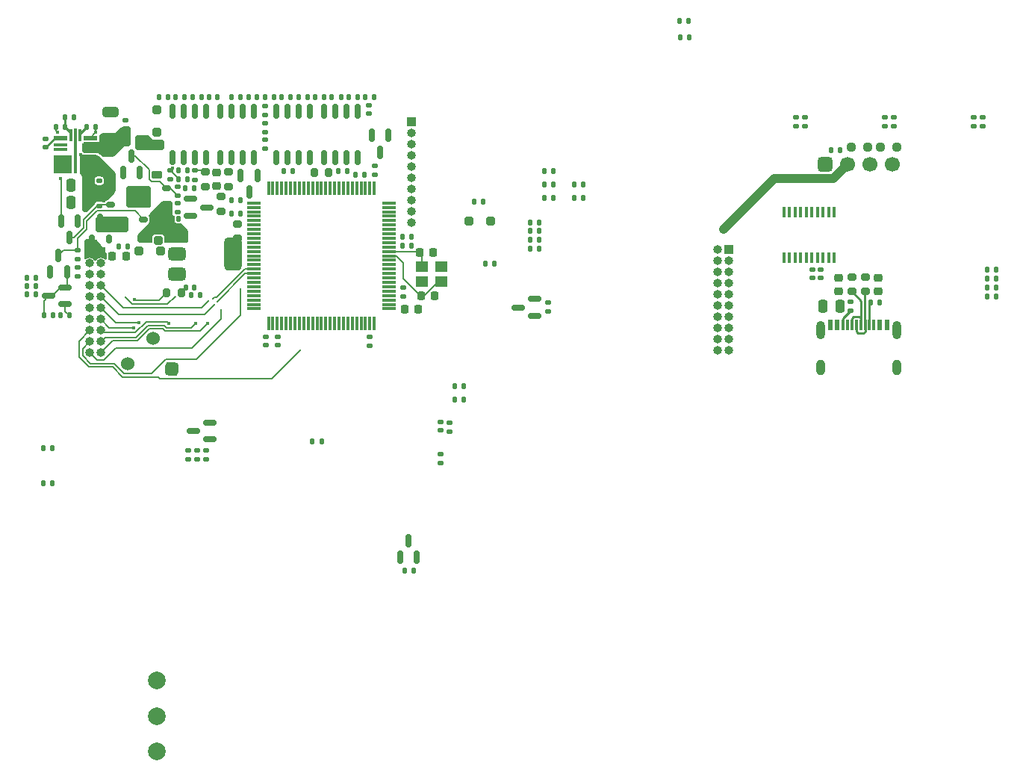
<source format=gbr>
%TF.GenerationSoftware,KiCad,Pcbnew,7.0.11*%
%TF.CreationDate,2025-05-28T11:48:16+09:00*%
%TF.ProjectId,2ndLayer_3rdLayer,326e644c-6179-4657-925f-3372644c6179,rev?*%
%TF.SameCoordinates,Original*%
%TF.FileFunction,Copper,L2,Bot*%
%TF.FilePolarity,Positive*%
%FSLAX46Y46*%
G04 Gerber Fmt 4.6, Leading zero omitted, Abs format (unit mm)*
G04 Created by KiCad (PCBNEW 7.0.11) date 2025-05-28 11:48:16*
%MOMM*%
%LPD*%
G01*
G04 APERTURE LIST*
G04 Aperture macros list*
%AMRoundRect*
0 Rectangle with rounded corners*
0 $1 Rounding radius*
0 $2 $3 $4 $5 $6 $7 $8 $9 X,Y pos of 4 corners*
0 Add a 4 corners polygon primitive as box body*
4,1,4,$2,$3,$4,$5,$6,$7,$8,$9,$2,$3,0*
0 Add four circle primitives for the rounded corners*
1,1,$1+$1,$2,$3*
1,1,$1+$1,$4,$5*
1,1,$1+$1,$6,$7*
1,1,$1+$1,$8,$9*
0 Add four rect primitives between the rounded corners*
20,1,$1+$1,$2,$3,$4,$5,0*
20,1,$1+$1,$4,$5,$6,$7,0*
20,1,$1+$1,$6,$7,$8,$9,0*
20,1,$1+$1,$8,$9,$2,$3,0*%
G04 Aperture macros list end*
%TA.AperFunction,ComponentPad*%
%ADD10RoundRect,0.381000X-0.335420X0.421681X-0.421681X-0.335420X0.335420X-0.421681X0.421681X0.335420X0*%
%TD*%
%TA.AperFunction,ComponentPad*%
%ADD11C,1.524000*%
%TD*%
%TA.AperFunction,ComponentPad*%
%ADD12RoundRect,0.425000X-0.425000X-0.425000X0.425000X-0.425000X0.425000X0.425000X-0.425000X0.425000X0*%
%TD*%
%TA.AperFunction,ComponentPad*%
%ADD13C,1.700000*%
%TD*%
%TA.AperFunction,ComponentPad*%
%ADD14C,2.000000*%
%TD*%
%TA.AperFunction,ComponentPad*%
%ADD15R,1.000000X1.000000*%
%TD*%
%TA.AperFunction,ComponentPad*%
%ADD16O,1.000000X1.000000*%
%TD*%
%TA.AperFunction,SMDPad,CuDef*%
%ADD17RoundRect,0.135000X-0.135000X-0.185000X0.135000X-0.185000X0.135000X0.185000X-0.135000X0.185000X0*%
%TD*%
%TA.AperFunction,SMDPad,CuDef*%
%ADD18RoundRect,0.375000X-0.625000X-0.375000X0.625000X-0.375000X0.625000X0.375000X-0.625000X0.375000X0*%
%TD*%
%TA.AperFunction,SMDPad,CuDef*%
%ADD19RoundRect,0.500000X-0.500000X-1.400000X0.500000X-1.400000X0.500000X1.400000X-0.500000X1.400000X0*%
%TD*%
%TA.AperFunction,SMDPad,CuDef*%
%ADD20RoundRect,0.140000X0.170000X-0.140000X0.170000X0.140000X-0.170000X0.140000X-0.170000X-0.140000X0*%
%TD*%
%TA.AperFunction,SMDPad,CuDef*%
%ADD21RoundRect,0.135000X0.185000X-0.135000X0.185000X0.135000X-0.185000X0.135000X-0.185000X-0.135000X0*%
%TD*%
%TA.AperFunction,SMDPad,CuDef*%
%ADD22RoundRect,0.225000X0.250000X-0.225000X0.250000X0.225000X-0.250000X0.225000X-0.250000X-0.225000X0*%
%TD*%
%TA.AperFunction,SMDPad,CuDef*%
%ADD23RoundRect,0.135000X0.135000X0.185000X-0.135000X0.185000X-0.135000X-0.185000X0.135000X-0.185000X0*%
%TD*%
%TA.AperFunction,SMDPad,CuDef*%
%ADD24RoundRect,0.150000X0.587500X0.150000X-0.587500X0.150000X-0.587500X-0.150000X0.587500X-0.150000X0*%
%TD*%
%TA.AperFunction,SMDPad,CuDef*%
%ADD25RoundRect,0.150000X0.150000X-0.675000X0.150000X0.675000X-0.150000X0.675000X-0.150000X-0.675000X0*%
%TD*%
%TA.AperFunction,SMDPad,CuDef*%
%ADD26RoundRect,0.135000X-0.185000X0.135000X-0.185000X-0.135000X0.185000X-0.135000X0.185000X0.135000X0*%
%TD*%
%TA.AperFunction,SMDPad,CuDef*%
%ADD27RoundRect,0.200000X-0.275000X0.200000X-0.275000X-0.200000X0.275000X-0.200000X0.275000X0.200000X0*%
%TD*%
%TA.AperFunction,SMDPad,CuDef*%
%ADD28RoundRect,0.237500X-0.250000X-0.237500X0.250000X-0.237500X0.250000X0.237500X-0.250000X0.237500X0*%
%TD*%
%TA.AperFunction,SMDPad,CuDef*%
%ADD29RoundRect,0.250000X0.250000X0.475000X-0.250000X0.475000X-0.250000X-0.475000X0.250000X-0.475000X0*%
%TD*%
%TA.AperFunction,SMDPad,CuDef*%
%ADD30RoundRect,0.175000X0.175000X-0.325000X0.175000X0.325000X-0.175000X0.325000X-0.175000X-0.325000X0*%
%TD*%
%TA.AperFunction,SMDPad,CuDef*%
%ADD31RoundRect,0.225000X0.225000X0.250000X-0.225000X0.250000X-0.225000X-0.250000X0.225000X-0.250000X0*%
%TD*%
%TA.AperFunction,SMDPad,CuDef*%
%ADD32R,0.600000X1.240000*%
%TD*%
%TA.AperFunction,SMDPad,CuDef*%
%ADD33R,0.300000X1.240000*%
%TD*%
%TA.AperFunction,ComponentPad*%
%ADD34O,1.000000X1.800000*%
%TD*%
%TA.AperFunction,ComponentPad*%
%ADD35O,1.000000X2.100000*%
%TD*%
%TA.AperFunction,SMDPad,CuDef*%
%ADD36RoundRect,0.140000X-0.170000X0.140000X-0.170000X-0.140000X0.170000X-0.140000X0.170000X0.140000X0*%
%TD*%
%TA.AperFunction,SMDPad,CuDef*%
%ADD37RoundRect,0.140000X0.140000X0.170000X-0.140000X0.170000X-0.140000X-0.170000X0.140000X-0.170000X0*%
%TD*%
%TA.AperFunction,SMDPad,CuDef*%
%ADD38RoundRect,0.250000X0.250000X0.250000X-0.250000X0.250000X-0.250000X-0.250000X0.250000X-0.250000X0*%
%TD*%
%TA.AperFunction,SMDPad,CuDef*%
%ADD39RoundRect,0.150000X0.150000X-0.587500X0.150000X0.587500X-0.150000X0.587500X-0.150000X-0.587500X0*%
%TD*%
%TA.AperFunction,SMDPad,CuDef*%
%ADD40RoundRect,0.175000X0.325000X0.175000X-0.325000X0.175000X-0.325000X-0.175000X0.325000X-0.175000X0*%
%TD*%
%TA.AperFunction,SMDPad,CuDef*%
%ADD41RoundRect,0.200000X0.275000X-0.200000X0.275000X0.200000X-0.275000X0.200000X-0.275000X-0.200000X0*%
%TD*%
%TA.AperFunction,SMDPad,CuDef*%
%ADD42RoundRect,0.075000X0.725000X0.075000X-0.725000X0.075000X-0.725000X-0.075000X0.725000X-0.075000X0*%
%TD*%
%TA.AperFunction,SMDPad,CuDef*%
%ADD43RoundRect,0.075000X0.075000X0.725000X-0.075000X0.725000X-0.075000X-0.725000X0.075000X-0.725000X0*%
%TD*%
%TA.AperFunction,SMDPad,CuDef*%
%ADD44RoundRect,0.140000X-0.140000X-0.170000X0.140000X-0.170000X0.140000X0.170000X-0.140000X0.170000X0*%
%TD*%
%TA.AperFunction,SMDPad,CuDef*%
%ADD45RoundRect,0.200000X-0.200000X-0.275000X0.200000X-0.275000X0.200000X0.275000X-0.200000X0.275000X0*%
%TD*%
%TA.AperFunction,SMDPad,CuDef*%
%ADD46RoundRect,0.175000X-0.325000X-0.175000X0.325000X-0.175000X0.325000X0.175000X-0.325000X0.175000X0*%
%TD*%
%TA.AperFunction,SMDPad,CuDef*%
%ADD47R,0.400000X1.200000*%
%TD*%
%TA.AperFunction,SMDPad,CuDef*%
%ADD48RoundRect,0.225000X-0.375000X0.225000X-0.375000X-0.225000X0.375000X-0.225000X0.375000X0.225000X0*%
%TD*%
%TA.AperFunction,SMDPad,CuDef*%
%ADD49RoundRect,0.200000X0.200000X0.275000X-0.200000X0.275000X-0.200000X-0.275000X0.200000X-0.275000X0*%
%TD*%
%TA.AperFunction,SMDPad,CuDef*%
%ADD50RoundRect,0.150000X-0.150000X0.587500X-0.150000X-0.587500X0.150000X-0.587500X0.150000X0.587500X0*%
%TD*%
%TA.AperFunction,SMDPad,CuDef*%
%ADD51RoundRect,0.250000X-0.250000X0.250000X-0.250000X-0.250000X0.250000X-0.250000X0.250000X0.250000X0*%
%TD*%
%TA.AperFunction,SMDPad,CuDef*%
%ADD52RoundRect,0.250000X-0.250000X-0.475000X0.250000X-0.475000X0.250000X0.475000X-0.250000X0.475000X0*%
%TD*%
%TA.AperFunction,SMDPad,CuDef*%
%ADD53RoundRect,0.225000X-0.225000X-0.250000X0.225000X-0.250000X0.225000X0.250000X-0.225000X0.250000X0*%
%TD*%
%TA.AperFunction,SMDPad,CuDef*%
%ADD54RoundRect,0.250000X0.250000X-0.250000X0.250000X0.250000X-0.250000X0.250000X-0.250000X-0.250000X0*%
%TD*%
%TA.AperFunction,SMDPad,CuDef*%
%ADD55R,1.400000X1.200000*%
%TD*%
%TA.AperFunction,SMDPad,CuDef*%
%ADD56RoundRect,0.250000X0.650000X-0.325000X0.650000X0.325000X-0.650000X0.325000X-0.650000X-0.325000X0*%
%TD*%
%TA.AperFunction,SMDPad,CuDef*%
%ADD57RoundRect,0.150000X-0.587500X-0.150000X0.587500X-0.150000X0.587500X0.150000X-0.587500X0.150000X0*%
%TD*%
%TA.AperFunction,SMDPad,CuDef*%
%ADD58R,1.650000X0.499500*%
%TD*%
%TA.AperFunction,SMDPad,CuDef*%
%ADD59R,1.650000X0.300000*%
%TD*%
%TA.AperFunction,SMDPad,CuDef*%
%ADD60R,2.049998X2.149998*%
%TD*%
%TA.AperFunction,SMDPad,CuDef*%
%ADD61R,2.049998X2.150000*%
%TD*%
%TA.AperFunction,SMDPad,CuDef*%
%ADD62R,1.650000X0.500000*%
%TD*%
%TA.AperFunction,SMDPad,CuDef*%
%ADD63R,0.300000X1.400002*%
%TD*%
%TA.AperFunction,SMDPad,CuDef*%
%ADD64R,0.300000X5.050000*%
%TD*%
%TA.AperFunction,SMDPad,CuDef*%
%ADD65RoundRect,0.218750X0.218750X0.256250X-0.218750X0.256250X-0.218750X-0.256250X0.218750X-0.256250X0*%
%TD*%
%TA.AperFunction,ViaPad*%
%ADD66C,0.450000*%
%TD*%
%TA.AperFunction,Conductor*%
%ADD67C,0.200000*%
%TD*%
%TA.AperFunction,Conductor*%
%ADD68C,1.000000*%
%TD*%
%TA.AperFunction,Conductor*%
%ADD69C,0.250000*%
%TD*%
G04 APERTURE END LIST*
D10*
%TO.P,SW2,1,A*%
%TO.N,Net-(SW2-A)*%
X-7897196Y-31522723D03*
D11*
%TO.P,SW2,2,B*%
%TO.N,/2ndLayer/Power/S-S*%
X-10018875Y-28060285D03*
%TO.P,SW2,3,C*%
%TO.N,unconnected-(SW2-C-Pad3)*%
X-12865055Y-30956707D03*
%TD*%
D12*
%TO.P,U9,1,GND*%
%TO.N,GND*%
X66190000Y-8365000D03*
D13*
%TO.P,U9,2,VCC*%
%TO.N,+3.3V*%
X68730000Y-8365000D03*
%TO.P,U9,3,SCL*%
%TO.N,/3rdLayer/I2C_SCL*%
X71270000Y-8365000D03*
%TO.P,U9,4,SDA*%
%TO.N,/3rdLayer/I2C_SDA*%
X73810000Y-8365000D03*
%TD*%
D14*
%TO.P,TP3,1,1*%
%TO.N,GND*%
X-9600000Y-74900000D03*
%TD*%
D15*
%TO.P,J2,1,Pin_1*%
%TO.N,VBUS*%
X-15900000Y-18270000D03*
D16*
%TO.P,J2,2,Pin_2*%
X-17170000Y-18270000D03*
%TO.P,J2,3,Pin_3*%
%TO.N,+3.3V*%
X-15900000Y-19540000D03*
%TO.P,J2,4,Pin_4*%
%TO.N,GND*%
X-17170000Y-19540000D03*
%TO.P,J2,5,Pin_5*%
X-15900000Y-20810000D03*
%TO.P,J2,6,Pin_6*%
X-17170000Y-20810000D03*
%TO.P,J2,7,Pin_7*%
%TO.N,unconnected-(J2-Pin_7-Pad7)*%
X-15900000Y-22080000D03*
%TO.P,J2,8,Pin_8*%
%TO.N,/2ndLayer/DIPSW0_Twe*%
X-17170000Y-22080000D03*
%TO.P,J2,9,Pin_9*%
%TO.N,unconnected-(J2-Pin_9-Pad9)*%
X-15900000Y-23350000D03*
%TO.P,J2,10,Pin_10*%
%TO.N,/2ndLayer/DIPSW1_Twe*%
X-17170000Y-23350000D03*
%TO.P,J2,11,Pin_11*%
%TO.N,unconnected-(J2-Pin_11-Pad11)*%
X-15900000Y-24620000D03*
%TO.P,J2,12,Pin_12*%
%TO.N,/2ndLayer/DIPSW2_Twe*%
X-17170000Y-24620000D03*
%TO.P,J2,13,Pin_13*%
%TO.N,unconnected-(J2-Pin_13-Pad13)*%
X-15900000Y-25890000D03*
%TO.P,J2,14,Pin_14*%
%TO.N,/2ndLayer/DIPSW3_Twe*%
X-17170000Y-25890000D03*
%TO.P,J2,15,Pin_15*%
%TO.N,unconnected-(J2-Pin_15-Pad15)*%
X-15900000Y-27160000D03*
%TO.P,J2,16,Pin_16*%
%TO.N,/2ndLayer/PRG_Twe*%
X-17170000Y-27160000D03*
%TO.P,J2,17,Pin_17*%
%TO.N,unconnected-(J2-Pin_17-Pad17)*%
X-15900000Y-28430000D03*
%TO.P,J2,18,Pin_18*%
%TO.N,/2ndLayer/RST_Twe*%
X-17170000Y-28430000D03*
%TO.P,J2,19,Pin_19*%
%TO.N,unconnected-(J2-Pin_19-Pad19)*%
X-15900000Y-29700000D03*
%TO.P,J2,20,Pin_20*%
%TO.N,unconnected-(J2-Pin_20-Pad20)*%
X-17170000Y-29700000D03*
%TD*%
D14*
%TO.P,TP2,1,1*%
%TO.N,+3.3V*%
X-9600000Y-70850000D03*
%TD*%
%TO.P,TP1,1,1*%
%TO.N,+5V*%
X-9600000Y-66800000D03*
%TD*%
D17*
%TO.P,R56,1*%
%TO.N,/2ndLayer/RS485_RingNW/RS485Y_RA*%
X-7410000Y-700000D03*
%TO.P,R56,2*%
%TO.N,/2ndLayer/RS485_RingNW/RS485Y_RB*%
X-6390000Y-700000D03*
%TD*%
D18*
%TO.P,U7,1,GND*%
%TO.N,GND*%
X-7250000Y-20800000D03*
%TO.P,U7,2,VO*%
%TO.N,+3.3V*%
X-7250000Y-18500000D03*
D19*
X-950000Y-18500000D03*
D18*
%TO.P,U7,3,VI*%
%TO.N,+5V*%
X-7250000Y-16200000D03*
%TD*%
D17*
%TO.P,R66,1*%
%TO.N,Net-(D15-A)*%
X34390000Y-12100000D03*
%TO.P,R66,2*%
%TO.N,/2ndLayer/LED_Y0*%
X35410000Y-12100000D03*
%TD*%
D20*
%TO.P,C11,1*%
%TO.N,+3.3V*%
X14500000Y-2580000D03*
%TO.P,C11,2*%
%TO.N,GND*%
X14500000Y-1620000D03*
%TD*%
D21*
%TO.P,R16,1*%
%TO.N,/3rdLayer/TactSW0*%
X62900000Y-4010000D03*
%TO.P,R16,2*%
%TO.N,GND*%
X62900000Y-2990000D03*
%TD*%
D22*
%TO.P,C22,1*%
%TO.N,Net-(C22-Pad1)*%
X-2770000Y-10775000D03*
%TO.P,C22,2*%
%TO.N,GND*%
X-2770000Y-9225000D03*
%TD*%
D23*
%TO.P,R59,1*%
%TO.N,GND*%
X33810000Y-14900000D03*
%TO.P,R59,2*%
%TO.N,/2ndLayer/DIPSW0*%
X32790000Y-14900000D03*
%TD*%
D24*
%TO.P,Q2,1,B*%
%TO.N,Net-(Q2-B)*%
X-19962500Y-22287500D03*
%TO.P,Q2,2,E*%
%TO.N,/2ndLayer/Power/IND*%
X-19962500Y-24187500D03*
%TO.P,Q2,3,C*%
%TO.N,Net-(Q2-B)*%
X-21837500Y-23237500D03*
%TD*%
D17*
%TO.P,R57,1*%
%TO.N,Net-(D12-A)*%
X37790000Y-10600000D03*
%TO.P,R57,2*%
%TO.N,/2ndLayer/LED_B0*%
X38810000Y-10600000D03*
%TD*%
%TO.P,R45,1*%
%TO.N,/2ndLayer/RS485_RingNW/RS485X_RB*%
X6490000Y-700000D03*
%TO.P,R45,2*%
%TO.N,GND*%
X7510000Y-700000D03*
%TD*%
%TO.P,R10,1*%
%TO.N,GND*%
X-20485000Y-25462500D03*
%TO.P,R10,2*%
%TO.N,/2ndLayer/Power/IND*%
X-19465000Y-25462500D03*
%TD*%
D25*
%TO.P,U3,1,RO*%
%TO.N,unconnected-(U3-RO-Pad1)*%
X13205000Y-7525000D03*
%TO.P,U3,2,~{RE}*%
%TO.N,Net-(Q13-C)*%
X11935000Y-7525000D03*
%TO.P,U3,3,DE*%
X10665000Y-7525000D03*
%TO.P,U3,4,DI*%
%TO.N,/2ndLayer/MainTXx_RS485XRX*%
X9395000Y-7525000D03*
%TO.P,U3,5,GND*%
%TO.N,GND*%
X9395000Y-2275000D03*
%TO.P,U3,6,A*%
%TO.N,/2ndLayer/RS485_RingNW/RS485X_TA*%
X10665000Y-2275000D03*
%TO.P,U3,7,B*%
%TO.N,/2ndLayer/RS485_RingNW/RS485X_TB*%
X11935000Y-2275000D03*
%TO.P,U3,8,VCC*%
%TO.N,+3.3V*%
X13205000Y-2275000D03*
%TD*%
D26*
%TO.P,R27,1*%
%TO.N,GND*%
X-7200000Y-10890000D03*
%TO.P,R27,2*%
%TO.N,Net-(Q11-G)*%
X-7200000Y-11910000D03*
%TD*%
D27*
%TO.P,R77,1*%
%TO.N,Net-(U10-USBDM)*%
X70750000Y-21100000D03*
%TO.P,R77,2*%
%TO.N,Net-(C38-Pad1)*%
X70750000Y-22750000D03*
%TD*%
D17*
%TO.P,R47,1*%
%TO.N,/2ndLayer/RS485_RingNW/RS485X_RA*%
X4590000Y-700000D03*
%TO.P,R47,2*%
%TO.N,/2ndLayer/RS485_RingNW/RS485X_RB*%
X5610000Y-700000D03*
%TD*%
D28*
%TO.P,R75,1*%
%TO.N,+3.3V*%
X72487500Y-6400000D03*
%TO.P,R75,2*%
%TO.N,/3rdLayer/I2C_SDA*%
X74312500Y-6400000D03*
%TD*%
D24*
%TO.P,Q15,1,G*%
%TO.N,/2ndLayer/LED_nR0*%
X33287500Y-23590000D03*
%TO.P,Q15,2,S*%
%TO.N,GND*%
X33287500Y-25490000D03*
%TO.P,Q15,3,D*%
%TO.N,Net-(D16-A)*%
X31412500Y-24540000D03*
%TD*%
D21*
%TO.P,R15,1*%
%TO.N,GND*%
X-18500000Y-19110000D03*
%TO.P,R15,2*%
%TO.N,Net-(Q3-G)*%
X-18500000Y-18090000D03*
%TD*%
D17*
%TO.P,R44,1*%
%TO.N,+3.3V*%
X2690000Y-700000D03*
%TO.P,R44,2*%
%TO.N,/2ndLayer/RS485_RingNW/RS485X_RA*%
X3710000Y-700000D03*
%TD*%
D21*
%TO.P,R52,1*%
%TO.N,/2ndLayer/RS485_RingNW/RS485Y_TB*%
X2700000Y-2760000D03*
%TO.P,R52,2*%
%TO.N,GND*%
X2700000Y-1740000D03*
%TD*%
D29*
%TO.P,C32,1*%
%TO.N,/2ndLayer/Power/Vout*%
X-17400000Y-12600000D03*
%TO.P,C32,2*%
%TO.N,GND*%
X-19300000Y-12600000D03*
%TD*%
D26*
%TO.P,R26,1*%
%TO.N,VDD*%
X-5210000Y-9040000D03*
%TO.P,R26,2*%
%TO.N,GND*%
X-5210000Y-10060000D03*
%TD*%
D30*
%TO.P,Q1,1,G*%
%TO.N,Net-(Q1-G)*%
X-15010000Y-16810000D03*
%TO.P,Q1,2,S*%
%TO.N,VBUS*%
X-16910000Y-16810000D03*
%TO.P,Q1,3,D*%
%TO.N,/2ndLayer/Power/IND*%
X-15960000Y-14410000D03*
%TD*%
D31*
%TO.P,C4,1*%
%TO.N,GND*%
X21775000Y-18350000D03*
%TO.P,C4,2*%
%TO.N,/2ndLayer/HSE_IN*%
X20225000Y-18350000D03*
%TD*%
D17*
%TO.P,R2,1*%
%TO.N,/2ndLayer/BOOT0*%
X12940000Y-9500000D03*
%TO.P,R2,2*%
%TO.N,GND*%
X13960000Y-9500000D03*
%TD*%
D32*
%TO.P,J4,A1,GND*%
%TO.N,GND*%
X73200000Y-26525000D03*
%TO.P,J4,A4,VBUS*%
%TO.N,VBUS*%
X72400000Y-26525000D03*
D33*
%TO.P,J4,A5,CC1*%
%TO.N,Net-(J4-CC1)*%
X71250000Y-26525000D03*
%TO.P,J4,A6,D+*%
%TO.N,Net-(C39-Pad1)*%
X70250000Y-26525000D03*
%TO.P,J4,A7,D-*%
%TO.N,Net-(C38-Pad1)*%
X69750000Y-26525000D03*
%TO.P,J4,A8,SBU1*%
%TO.N,unconnected-(J4-SBU1-PadA8)*%
X68750000Y-26525000D03*
D32*
%TO.P,J4,A9,VBUS*%
%TO.N,VBUS*%
X67600000Y-26525000D03*
%TO.P,J4,A12,GND*%
%TO.N,GND*%
X66800000Y-26525000D03*
%TO.P,J4,B1,GND*%
X66800000Y-26525000D03*
%TO.P,J4,B4,VBUS*%
%TO.N,VBUS*%
X67600000Y-26525000D03*
D33*
%TO.P,J4,B5,CC2*%
%TO.N,Net-(J4-CC2)*%
X68250000Y-26525000D03*
%TO.P,J4,B6,D+*%
%TO.N,Net-(C39-Pad1)*%
X69250000Y-26525000D03*
%TO.P,J4,B7,D-*%
%TO.N,Net-(C38-Pad1)*%
X70750000Y-26525000D03*
%TO.P,J4,B8,SBU2*%
%TO.N,unconnected-(J4-SBU2-PadB8)*%
X71750000Y-26525000D03*
D32*
%TO.P,J4,B9,VBUS*%
%TO.N,VBUS*%
X72400000Y-26525000D03*
%TO.P,J4,B12,GND*%
%TO.N,GND*%
X73200000Y-26525000D03*
D34*
%TO.P,J4,S1,SHIELD*%
X74320000Y-31325000D03*
D35*
X74320000Y-27125000D03*
D34*
X65680000Y-31325000D03*
D35*
X65680000Y-27125000D03*
%TD*%
D36*
%TO.P,C6,1*%
%TO.N,+3.3V*%
X2814999Y-27870000D03*
%TO.P,C6,2*%
%TO.N,GND*%
X2814999Y-28830000D03*
%TD*%
D37*
%TO.P,C20,1*%
%TO.N,+3.3V*%
X1780000Y-700000D03*
%TO.P,C20,2*%
%TO.N,GND*%
X820000Y-700000D03*
%TD*%
D38*
%TO.P,D1,1,K*%
%TO.N,Net-(D1-K)*%
X28291190Y-14750000D03*
%TO.P,D1,2,A*%
%TO.N,+3.3V*%
X25791190Y-14750000D03*
%TD*%
D21*
%TO.P,R23,1*%
%TO.N,Net-(Q9-G)*%
X-6000000Y-41760000D03*
%TO.P,R23,2*%
%TO.N,Net-(Q8-D)*%
X-6000000Y-40740000D03*
%TD*%
D39*
%TO.P,Q4,1,B*%
%TO.N,Net-(Q2-B)*%
X-19750000Y-20537500D03*
%TO.P,Q4,2,E*%
%TO.N,+5V*%
X-21650000Y-20537500D03*
%TO.P,Q4,3,C*%
%TO.N,Net-(Q3-G)*%
X-20700000Y-18662500D03*
%TD*%
D26*
%TO.P,R78,1*%
%TO.N,GND*%
X69100000Y-23915000D03*
%TO.P,R78,2*%
%TO.N,Net-(J4-CC2)*%
X69100000Y-24935000D03*
%TD*%
D40*
%TO.P,Q3,1,G*%
%TO.N,Net-(Q3-G)*%
X-11100000Y-14550000D03*
%TO.P,Q3,2,S*%
%TO.N,+5V*%
X-11100000Y-16450000D03*
%TO.P,Q3,3,D*%
%TO.N,/2ndLayer/Power/IND*%
X-13500000Y-15500000D03*
%TD*%
D22*
%TO.P,C38,1*%
%TO.N,Net-(C38-Pad1)*%
X72250000Y-22700000D03*
%TO.P,C38,2*%
%TO.N,GND*%
X72250000Y-21150000D03*
%TD*%
D21*
%TO.P,R25,1*%
%TO.N,GND*%
X-7200000Y-13710000D03*
%TO.P,R25,2*%
%TO.N,Net-(Q10-B)*%
X-7200000Y-12690000D03*
%TD*%
D23*
%TO.P,R67,1*%
%TO.N,/2ndLayer/Main->RST_Twe*%
X19530000Y-54362382D03*
%TO.P,R67,2*%
%TO.N,GND*%
X18510000Y-54362382D03*
%TD*%
%TO.P,R79,1*%
%TO.N,GND*%
X72360000Y-23975000D03*
%TO.P,R79,2*%
%TO.N,Net-(J4-CC1)*%
X71340000Y-23975000D03*
%TD*%
D20*
%TO.P,C41,1*%
%TO.N,+3.3V*%
X15200000Y-9480000D03*
%TO.P,C41,2*%
%TO.N,GND*%
X15200000Y-8520000D03*
%TD*%
D23*
%TO.P,R50,1*%
%TO.N,Net-(U6-DE)*%
X-6090000Y-9000000D03*
%TO.P,R50,2*%
%TO.N,GND*%
X-7110000Y-9000000D03*
%TD*%
D41*
%TO.P,R32,1*%
%TO.N,/2ndLayer/V_Meas.*%
X-400000Y-16725000D03*
%TO.P,R32,2*%
%TO.N,GND*%
X-400000Y-15075000D03*
%TD*%
D42*
%TO.P,U8,1,PE2*%
%TO.N,unconnected-(U8-PE2-Pad1)*%
X16775000Y-12700000D03*
%TO.P,U8,2,PE3*%
%TO.N,unconnected-(U8-PE3-Pad2)*%
X16775000Y-13200000D03*
%TO.P,U8,3,PE4*%
%TO.N,unconnected-(U8-PE4-Pad3)*%
X16775000Y-13700000D03*
%TO.P,U8,4,PE5*%
%TO.N,unconnected-(U8-PE5-Pad4)*%
X16775000Y-14200000D03*
%TO.P,U8,5,PE6*%
%TO.N,unconnected-(U8-PE6-Pad5)*%
X16775000Y-14700000D03*
%TO.P,U8,6,VBAT*%
%TO.N,+3.3V*%
X16775000Y-15200000D03*
%TO.P,U8,7,PC13*%
%TO.N,unconnected-(U8-PC13-Pad7)*%
X16775000Y-15700000D03*
%TO.P,U8,8,PC14*%
%TO.N,unconnected-(U8-PC14-Pad8)*%
X16775000Y-16200000D03*
%TO.P,U8,9,PC15*%
%TO.N,unconnected-(U8-PC15-Pad9)*%
X16775000Y-16700000D03*
%TO.P,U8,10,VSS*%
%TO.N,GND*%
X16775000Y-17200000D03*
%TO.P,U8,11,VDD*%
%TO.N,+3.3V*%
X16775000Y-17700000D03*
%TO.P,U8,12,PH0*%
%TO.N,/2ndLayer/HSE_IN*%
X16775000Y-18200000D03*
%TO.P,U8,13,PH1*%
%TO.N,/2ndLayer/HSE_OUT*%
X16775000Y-18700000D03*
%TO.P,U8,14,NRST*%
%TO.N,/2ndLayer/NRST*%
X16775000Y-19200000D03*
%TO.P,U8,15,PC0*%
%TO.N,unconnected-(U8-PC0-Pad15)*%
X16775000Y-19700000D03*
%TO.P,U8,16,PC1*%
%TO.N,unconnected-(U8-PC1-Pad16)*%
X16775000Y-20200000D03*
%TO.P,U8,17,PC2_C*%
%TO.N,unconnected-(U8-PC2_C-Pad17)*%
X16775000Y-20700000D03*
%TO.P,U8,18,PC3_C*%
%TO.N,unconnected-(U8-PC3_C-Pad18)*%
X16775000Y-21200000D03*
%TO.P,U8,19,VSSA*%
%TO.N,GND*%
X16775000Y-21700000D03*
%TO.P,U8,20,VREF+*%
%TO.N,+3.3V*%
X16775000Y-22200000D03*
%TO.P,U8,21,VDDA*%
X16775000Y-22700000D03*
%TO.P,U8,22,PA0*%
%TO.N,unconnected-(U8-PA0-Pad22)*%
X16775000Y-23200000D03*
%TO.P,U8,23,PA1*%
%TO.N,unconnected-(U8-PA1-Pad23)*%
X16775000Y-23700000D03*
%TO.P,U8,24,PA2*%
%TO.N,unconnected-(U8-PA2-Pad24)*%
X16775000Y-24200000D03*
%TO.P,U8,25,PA3*%
%TO.N,unconnected-(U8-PA3-Pad25)*%
X16775000Y-24700000D03*
D43*
%TO.P,U8,26,VSS*%
%TO.N,GND*%
X15100000Y-26375000D03*
%TO.P,U8,27,VDD*%
%TO.N,+3.3V*%
X14600000Y-26375000D03*
%TO.P,U8,28,PA4*%
%TO.N,unconnected-(U8-PA4-Pad28)*%
X14100000Y-26375000D03*
%TO.P,U8,29,PA5*%
%TO.N,unconnected-(U8-PA5-Pad29)*%
X13600000Y-26375000D03*
%TO.P,U8,30,PA6*%
%TO.N,unconnected-(U8-PA6-Pad30)*%
X13100000Y-26375000D03*
%TO.P,U8,31,PA7*%
%TO.N,unconnected-(U8-PA7-Pad31)*%
X12600000Y-26375000D03*
%TO.P,U8,32,PC4*%
%TO.N,unconnected-(U8-PC4-Pad32)*%
X12100000Y-26375000D03*
%TO.P,U8,33,PC5*%
%TO.N,unconnected-(U8-PC5-Pad33)*%
X11600000Y-26375000D03*
%TO.P,U8,34,PB0*%
%TO.N,unconnected-(U8-PB0-Pad34)*%
X11100000Y-26375000D03*
%TO.P,U8,35,PB1*%
%TO.N,unconnected-(U8-PB1-Pad35)*%
X10600000Y-26375000D03*
%TO.P,U8,36,PB2*%
%TO.N,unconnected-(U8-PB2-Pad36)*%
X10100000Y-26375000D03*
%TO.P,U8,37,PE7*%
%TO.N,unconnected-(U8-PE7-Pad37)*%
X9600000Y-26375000D03*
%TO.P,U8,38,PE8*%
%TO.N,unconnected-(U8-PE8-Pad38)*%
X9100000Y-26375000D03*
%TO.P,U8,39,PE9*%
%TO.N,unconnected-(U8-PE9-Pad39)*%
X8600000Y-26375000D03*
%TO.P,U8,40,PE10*%
%TO.N,unconnected-(U8-PE10-Pad40)*%
X8100000Y-26375000D03*
%TO.P,U8,41,PE11*%
%TO.N,unconnected-(U8-PE11-Pad41)*%
X7600000Y-26375000D03*
%TO.P,U8,42,PE12*%
%TO.N,unconnected-(U8-PE12-Pad42)*%
X7100000Y-26375000D03*
%TO.P,U8,43,PE13*%
%TO.N,unconnected-(U8-PE13-Pad43)*%
X6600000Y-26375000D03*
%TO.P,U8,44,PE14*%
%TO.N,unconnected-(U8-PE14-Pad44)*%
X6100000Y-26375000D03*
%TO.P,U8,45,PE15*%
%TO.N,unconnected-(U8-PE15-Pad45)*%
X5600000Y-26375000D03*
%TO.P,U8,46,PB10*%
%TO.N,unconnected-(U8-PB10-Pad46)*%
X5100000Y-26375000D03*
%TO.P,U8,47,PB11*%
%TO.N,unconnected-(U8-PB11-Pad47)*%
X4600000Y-26375000D03*
%TO.P,U8,48,VCAP*%
%TO.N,Net-(C30-Pad1)*%
X4100000Y-26375000D03*
%TO.P,U8,49,VSS*%
%TO.N,GND*%
X3600000Y-26375000D03*
%TO.P,U8,50,VDD*%
%TO.N,+3.3V*%
X3100000Y-26375000D03*
D42*
%TO.P,U8,51,PB12*%
%TO.N,unconnected-(U8-PB12-Pad51)*%
X1425000Y-24700000D03*
%TO.P,U8,52,PB13*%
%TO.N,unconnected-(U8-PB13-Pad52)*%
X1425000Y-24200000D03*
%TO.P,U8,53,PB14*%
%TO.N,unconnected-(U8-PB14-Pad53)*%
X1425000Y-23700000D03*
%TO.P,U8,54,PB15*%
%TO.N,unconnected-(U8-PB15-Pad54)*%
X1425000Y-23200000D03*
%TO.P,U8,55,PD8*%
%TO.N,unconnected-(U8-PD8-Pad55)*%
X1425000Y-22700000D03*
%TO.P,U8,56,PD9*%
%TO.N,unconnected-(U8-PD9-Pad56)*%
X1425000Y-22200000D03*
%TO.P,U8,57,PD10*%
%TO.N,unconnected-(U8-PD10-Pad57)*%
X1425000Y-21700000D03*
%TO.P,U8,58,PD11*%
%TO.N,unconnected-(U8-PD11-Pad58)*%
X1425000Y-21200000D03*
%TO.P,U8,59,PD12*%
%TO.N,unconnected-(U8-PD12-Pad59)*%
X1425000Y-20700000D03*
%TO.P,U8,60,PD13*%
%TO.N,unconnected-(U8-PD13-Pad60)*%
X1425000Y-20200000D03*
%TO.P,U8,61,PD14*%
%TO.N,unconnected-(U8-PD14-Pad61)*%
X1425000Y-19700000D03*
%TO.P,U8,62,PD15*%
%TO.N,unconnected-(U8-PD15-Pad62)*%
X1425000Y-19200000D03*
%TO.P,U8,63,PC6*%
%TO.N,unconnected-(U8-PC6-Pad63)*%
X1425000Y-18700000D03*
%TO.P,U8,64,PC7*%
%TO.N,unconnected-(U8-PC7-Pad64)*%
X1425000Y-18200000D03*
%TO.P,U8,65,PC8*%
%TO.N,unconnected-(U8-PC8-Pad65)*%
X1425000Y-17700000D03*
%TO.P,U8,66,PC9*%
%TO.N,unconnected-(U8-PC9-Pad66)*%
X1425000Y-17200000D03*
%TO.P,U8,67,PA8*%
%TO.N,unconnected-(U8-PA8-Pad67)*%
X1425000Y-16700000D03*
%TO.P,U8,68,PA9*%
%TO.N,unconnected-(U8-PA9-Pad68)*%
X1425000Y-16200000D03*
%TO.P,U8,69,PA10*%
%TO.N,unconnected-(U8-PA10-Pad69)*%
X1425000Y-15700000D03*
%TO.P,U8,70,PA11*%
%TO.N,unconnected-(U8-PA11-Pad70)*%
X1425000Y-15200000D03*
%TO.P,U8,71,PA12*%
%TO.N,unconnected-(U8-PA12-Pad71)*%
X1425000Y-14700000D03*
%TO.P,U8,72,PA13(JTMS*%
%TO.N,/2ndLayer/SWDIO*%
X1425000Y-14200000D03*
%TO.P,U8,73,VCAP*%
%TO.N,Net-(C31-Pad1)*%
X1425000Y-13700000D03*
%TO.P,U8,74,VSS*%
%TO.N,GND*%
X1425000Y-13200000D03*
%TO.P,U8,75,VDD*%
%TO.N,+3.3V*%
X1425000Y-12700000D03*
D43*
%TO.P,U8,76,PA14(JTCK*%
%TO.N,/2ndLayer/SWCLK*%
X3100000Y-11025000D03*
%TO.P,U8,77,PA15(JTDI)*%
%TO.N,unconnected-(U8-PA15(JTDI)-Pad77)*%
X3600000Y-11025000D03*
%TO.P,U8,78,PC10*%
%TO.N,unconnected-(U8-PC10-Pad78)*%
X4100000Y-11025000D03*
%TO.P,U8,79,PC11*%
%TO.N,unconnected-(U8-PC11-Pad79)*%
X4600000Y-11025000D03*
%TO.P,U8,80,PC12*%
%TO.N,unconnected-(U8-PC12-Pad80)*%
X5100000Y-11025000D03*
%TO.P,U8,81,PD0*%
%TO.N,unconnected-(U8-PD0-Pad81)*%
X5600000Y-11025000D03*
%TO.P,U8,82,PD1*%
%TO.N,unconnected-(U8-PD1-Pad82)*%
X6100000Y-11025000D03*
%TO.P,U8,83,PD2*%
%TO.N,unconnected-(U8-PD2-Pad83)*%
X6600000Y-11025000D03*
%TO.P,U8,84,PD3*%
%TO.N,unconnected-(U8-PD3-Pad84)*%
X7100000Y-11025000D03*
%TO.P,U8,85,PD4*%
%TO.N,unconnected-(U8-PD4-Pad85)*%
X7600000Y-11025000D03*
%TO.P,U8,86,PD5*%
%TO.N,unconnected-(U8-PD5-Pad86)*%
X8100000Y-11025000D03*
%TO.P,U8,87,PD6*%
%TO.N,unconnected-(U8-PD6-Pad87)*%
X8600000Y-11025000D03*
%TO.P,U8,88,PD7*%
%TO.N,unconnected-(U8-PD7-Pad88)*%
X9100000Y-11025000D03*
%TO.P,U8,89,PB3(JTDO*%
%TO.N,/2ndLayer/SWO*%
X9600000Y-11025000D03*
%TO.P,U8,90,PB4(NJTRST)*%
%TO.N,unconnected-(U8-PB4(NJTRST)-Pad90)*%
X10100000Y-11025000D03*
%TO.P,U8,91,PB5*%
%TO.N,unconnected-(U8-PB5-Pad91)*%
X10600000Y-11025000D03*
%TO.P,U8,92,PB6*%
%TO.N,unconnected-(U8-PB6-Pad92)*%
X11100000Y-11025000D03*
%TO.P,U8,93,PB7*%
%TO.N,unconnected-(U8-PB7-Pad93)*%
X11600000Y-11025000D03*
%TO.P,U8,94,BOOT0*%
%TO.N,/2ndLayer/BOOT0*%
X12100000Y-11025000D03*
%TO.P,U8,95,PB8*%
%TO.N,unconnected-(U8-PB8-Pad95)*%
X12600000Y-11025000D03*
%TO.P,U8,96,PB9*%
%TO.N,unconnected-(U8-PB9-Pad96)*%
X13100000Y-11025000D03*
%TO.P,U8,97,PE0*%
%TO.N,unconnected-(U8-PE0-Pad97)*%
X13600000Y-11025000D03*
%TO.P,U8,98,PE1*%
%TO.N,unconnected-(U8-PE1-Pad98)*%
X14100000Y-11025000D03*
%TO.P,U8,99,VSS*%
%TO.N,GND*%
X14600000Y-11025000D03*
%TO.P,U8,100,VDD*%
%TO.N,+3.3V*%
X15100000Y-11025000D03*
%TD*%
D26*
%TO.P,R3,1*%
%TO.N,/2ndLayer/Power/Vout*%
X-16100000Y-12010000D03*
%TO.P,R3,2*%
%TO.N,Net-(Q17-G)*%
X-16100000Y-13030000D03*
%TD*%
D23*
%TO.P,R14,1*%
%TO.N,GND*%
X85610000Y-23300000D03*
%TO.P,R14,2*%
%TO.N,/3rdLayer/DIPSW3*%
X84590000Y-23300000D03*
%TD*%
D44*
%TO.P,C29,1*%
%TO.N,GND*%
X-5630000Y-23150000D03*
%TO.P,C29,2*%
%TO.N,+3.3V*%
X-4670000Y-23150000D03*
%TD*%
D45*
%TO.P,R41,1*%
%TO.N,Net-(U2-DO0{slash}PWM2)*%
X-8425000Y-22850000D03*
%TO.P,R41,2*%
%TO.N,+3.3V*%
X-6775000Y-22850000D03*
%TD*%
D17*
%TO.P,R53,1*%
%TO.N,+3.3V*%
X-9310000Y-700000D03*
%TO.P,R53,2*%
%TO.N,/2ndLayer/RS485_RingNW/RS485Y_RA*%
X-8290000Y-700000D03*
%TD*%
D23*
%TO.P,R62,1*%
%TO.N,GND*%
X33810000Y-16900000D03*
%TO.P,R62,2*%
%TO.N,/2ndLayer/DIPSW2*%
X32790000Y-16900000D03*
%TD*%
D21*
%TO.P,R19,1*%
%TO.N,/3rdLayer/TactSW1*%
X73000000Y-4010000D03*
%TO.P,R19,2*%
%TO.N,GND*%
X73000000Y-2990000D03*
%TD*%
D37*
%TO.P,C31,1*%
%TO.N,Net-(C31-Pad1)*%
X-120000Y-13900000D03*
%TO.P,C31,2*%
%TO.N,GND*%
X-1080000Y-13900000D03*
%TD*%
D38*
%TO.P,D6,1,K*%
%TO.N,+5V*%
X-9100000Y-18150000D03*
%TO.P,D6,2,A*%
%TO.N,+3.3V*%
X-11600000Y-18150000D03*
%TD*%
D21*
%TO.P,R28,1*%
%TO.N,VCC*%
X-13150000Y-4310000D03*
%TO.P,R28,2*%
%TO.N,GND*%
X-13150000Y-3290000D03*
%TD*%
D36*
%TO.P,C28,1*%
%TO.N,/2ndLayer/RST_Twe*%
X22650000Y-37520000D03*
%TO.P,C28,2*%
%TO.N,GND*%
X22650000Y-38480000D03*
%TD*%
D46*
%TO.P,Q17,1,G*%
%TO.N,Net-(Q17-G)*%
X-14780000Y-12930000D03*
%TO.P,Q17,2,S*%
%TO.N,/2ndLayer/Power/Vout*%
X-14780000Y-11030000D03*
%TO.P,Q17,3,D*%
%TO.N,/2ndLayer/Power/VSYS*%
X-12380000Y-11980000D03*
%TD*%
D40*
%TO.P,Q11,1,G*%
%TO.N,Net-(Q11-G)*%
X-8450000Y-11030000D03*
%TO.P,Q11,2,S*%
%TO.N,+5V*%
X-8450000Y-12930000D03*
%TO.P,Q11,3,D*%
%TO.N,/2ndLayer/Power/VSYS*%
X-10850000Y-11980000D03*
%TD*%
D17*
%TO.P,R46,1*%
%TO.N,/2ndLayer/RS485_RingNW/RS485X_TA*%
X12190000Y-700000D03*
%TO.P,R46,2*%
%TO.N,/2ndLayer/RS485_RingNW/RS485X_TB*%
X13210000Y-700000D03*
%TD*%
D39*
%TO.P,Q12,1,B*%
%TO.N,Net-(Q10-B)*%
X-11500000Y-9237500D03*
%TO.P,Q12,2,E*%
%TO.N,+5V*%
X-13400000Y-9237500D03*
%TO.P,Q12,3,C*%
%TO.N,Net-(Q11-G)*%
X-12450000Y-7362500D03*
%TD*%
D17*
%TO.P,R61,1*%
%TO.N,/2ndLayer/SlideSW0*%
X8090000Y-39700000D03*
%TO.P,R61,2*%
%TO.N,GND*%
X9110000Y-39700000D03*
%TD*%
D20*
%TO.P,C15,1*%
%TO.N,/2ndLayer/Power/S-S*%
X-5000000Y-41730000D03*
%TO.P,C15,2*%
%TO.N,Net-(Q9-G)*%
X-5000000Y-40770000D03*
%TD*%
D23*
%TO.P,R63,1*%
%TO.N,GND*%
X33810000Y-17900000D03*
%TO.P,R63,2*%
%TO.N,/2ndLayer/DIPSW3*%
X32790000Y-17900000D03*
%TD*%
D47*
%TO.P,U10,1,~{DTR}*%
%TO.N,unconnected-(U10-~{DTR}-Pad1)*%
X61542500Y-13700000D03*
%TO.P,U10,2,~{RTS}*%
%TO.N,unconnected-(U10-~{RTS}-Pad2)*%
X62177500Y-13700000D03*
%TO.P,U10,3,VCCIO*%
%TO.N,Net-(U10-3V3OUT)*%
X62812500Y-13700000D03*
%TO.P,U10,4,RXD*%
%TO.N,/3rdLayer/TweWriteRX_TweTX*%
X63447500Y-13700000D03*
%TO.P,U10,5,~{RI}*%
%TO.N,unconnected-(U10-~{RI}-Pad5)*%
X64082500Y-13700000D03*
%TO.P,U10,6,GND*%
%TO.N,GND*%
X64717500Y-13700000D03*
%TO.P,U10,7,~{DSR}*%
%TO.N,unconnected-(U10-~{DSR}-Pad7)*%
X65352500Y-13700000D03*
%TO.P,U10,8,~{DCD}*%
%TO.N,unconnected-(U10-~{DCD}-Pad8)*%
X65987500Y-13700000D03*
%TO.P,U10,9,~{CTS}*%
%TO.N,unconnected-(U10-~{CTS}-Pad9)*%
X66622500Y-13700000D03*
%TO.P,U10,10,CBUS2*%
%TO.N,/3rdLayer/RST_Twe*%
X67257500Y-13700000D03*
%TO.P,U10,11,USBDP*%
%TO.N,Net-(U10-USBDP)*%
X67257500Y-18900000D03*
%TO.P,U10,12,USBDM*%
%TO.N,Net-(U10-USBDM)*%
X66622500Y-18900000D03*
%TO.P,U10,13,3V3OUT*%
%TO.N,Net-(U10-3V3OUT)*%
X65987500Y-18900000D03*
%TO.P,U10,14,~{RESET}*%
X65352500Y-18900000D03*
%TO.P,U10,15,VCC*%
%TO.N,VBUS*%
X64717500Y-18900000D03*
%TO.P,U10,16,GND*%
%TO.N,GND*%
X64082500Y-18900000D03*
%TO.P,U10,17,CBUS1*%
%TO.N,unconnected-(U10-CBUS1-Pad17)*%
X63447500Y-18900000D03*
%TO.P,U10,18,CBUS0*%
%TO.N,unconnected-(U10-CBUS0-Pad18)*%
X62812500Y-18900000D03*
%TO.P,U10,19,CBUS3*%
%TO.N,/3rdLayer/PRG_Twe*%
X62177500Y-18900000D03*
%TO.P,U10,20,TXD*%
%TO.N,/3rdLayer/TweWriteTX_TweRX*%
X61542500Y-18900000D03*
%TD*%
D48*
%TO.P,D5,1,K*%
%TO.N,Net-(D5-K)*%
X-9550000Y-6225000D03*
%TO.P,D5,2,A*%
%TO.N,VDD*%
X-9550000Y-9525000D03*
%TD*%
D23*
%TO.P,R12,1*%
%TO.N,GND*%
X85610000Y-21300000D03*
%TO.P,R12,2*%
%TO.N,/3rdLayer/DIPSW1*%
X84590000Y-21300000D03*
%TD*%
D20*
%TO.P,C33,1*%
%TO.N,Net-(U1-RT)*%
X-22150000Y-6380000D03*
%TO.P,C33,2*%
%TO.N,GND*%
X-22150000Y-5420000D03*
%TD*%
D23*
%TO.P,R72,1*%
%TO.N,GND*%
X-18973334Y-3000001D03*
%TO.P,R72,2*%
%TO.N,Net-(U1-FB)*%
X-19993334Y-3000001D03*
%TD*%
D37*
%TO.P,C7,1*%
%TO.N,+3.3V*%
X-120000Y-12400000D03*
%TO.P,C7,2*%
%TO.N,GND*%
X-1080000Y-12400000D03*
%TD*%
D49*
%TO.P,R4,1*%
%TO.N,Net-(Q13-B)*%
X9925000Y-9250000D03*
%TO.P,R4,2*%
%TO.N,/2ndLayer/MainTXx_RS485XRX*%
X8275000Y-9250000D03*
%TD*%
D23*
%TO.P,R17,1*%
%TO.N,GND*%
X50710000Y7900000D03*
%TO.P,R17,2*%
%TO.N,+5V*%
X49690000Y7900000D03*
%TD*%
%TO.P,R29,1*%
%TO.N,GND*%
X50810000Y6050000D03*
%TO.P,R29,2*%
%TO.N,+3.3V*%
X49790000Y6050000D03*
%TD*%
D50*
%TO.P,Q18,1,G*%
%TO.N,/2ndLayer/Power/PG*%
X-20400000Y-14775000D03*
%TO.P,Q18,2,S*%
%TO.N,GND*%
X-18500000Y-14775000D03*
%TO.P,Q18,3,D*%
%TO.N,Net-(Q17-G)*%
X-19450000Y-16650000D03*
%TD*%
D15*
%TO.P,J3,1,Pin_1*%
%TO.N,VBUS*%
X55300000Y-17980000D03*
D16*
%TO.P,J3,2,Pin_2*%
X54030000Y-17980000D03*
%TO.P,J3,3,Pin_3*%
%TO.N,GND*%
X55300000Y-19250000D03*
%TO.P,J3,4,Pin_4*%
%TO.N,+3.3V*%
X54030000Y-19250000D03*
%TO.P,J3,5,Pin_5*%
%TO.N,GND*%
X55300000Y-20520000D03*
%TO.P,J3,6,Pin_6*%
X54030000Y-20520000D03*
%TO.P,J3,7,Pin_7*%
X55300000Y-21790000D03*
%TO.P,J3,8,Pin_8*%
%TO.N,unconnected-(J3-Pin_8-Pad8)*%
X54030000Y-21790000D03*
%TO.P,J3,9,Pin_9*%
%TO.N,/3rdLayer/DIPSW0*%
X55300000Y-23060000D03*
%TO.P,J3,10,Pin_10*%
%TO.N,unconnected-(J3-Pin_10-Pad10)*%
X54030000Y-23060000D03*
%TO.P,J3,11,Pin_11*%
%TO.N,/3rdLayer/DIPSW1*%
X55300000Y-24330000D03*
%TO.P,J3,12,Pin_12*%
%TO.N,unconnected-(J3-Pin_12-Pad12)*%
X54030000Y-24330000D03*
%TO.P,J3,13,Pin_13*%
%TO.N,/3rdLayer/DIPSW2*%
X55300000Y-25600000D03*
%TO.P,J3,14,Pin_14*%
%TO.N,unconnected-(J3-Pin_14-Pad14)*%
X54030000Y-25600000D03*
%TO.P,J3,15,Pin_15*%
%TO.N,/3rdLayer/DIPSW3*%
X55300000Y-26870000D03*
%TO.P,J3,16,Pin_16*%
%TO.N,unconnected-(J3-Pin_16-Pad16)*%
X54030000Y-26870000D03*
%TO.P,J3,17,Pin_17*%
%TO.N,/3rdLayer/PRG_Twe*%
X55300000Y-28140000D03*
%TO.P,J3,18,Pin_18*%
%TO.N,unconnected-(J3-Pin_18-Pad18)*%
X54030000Y-28140000D03*
%TO.P,J3,19,Pin_19*%
%TO.N,/3rdLayer/RST_Twe*%
X55300000Y-29410000D03*
%TO.P,J3,20,Pin_20*%
%TO.N,unconnected-(J3-Pin_20-Pad20)*%
X54030000Y-29410000D03*
%TD*%
D37*
%TO.P,C35,1*%
%TO.N,+3.3V*%
X67880000Y-6700000D03*
%TO.P,C35,2*%
%TO.N,GND*%
X66920000Y-6700000D03*
%TD*%
D23*
%TO.P,R13,1*%
%TO.N,GND*%
X85610000Y-22300000D03*
%TO.P,R13,2*%
%TO.N,/3rdLayer/DIPSW2*%
X84590000Y-22300000D03*
%TD*%
D17*
%TO.P,R55,1*%
%TO.N,/2ndLayer/RS485_RingNW/RS485Y_TA*%
X-1110000Y-700000D03*
%TO.P,R55,2*%
%TO.N,/2ndLayer/RS485_RingNW/RS485Y_TB*%
X-90000Y-700000D03*
%TD*%
D21*
%TO.P,R37,1*%
%TO.N,+3.3V*%
X22650000Y-42210000D03*
%TO.P,R37,2*%
%TO.N,/2ndLayer/PRG_Twe*%
X22650000Y-41190000D03*
%TD*%
D51*
%TO.P,D3,1,K*%
%TO.N,+5V*%
X-9400000Y-14450000D03*
%TO.P,D3,2,A*%
%TO.N,GND*%
X-9400000Y-16950000D03*
%TD*%
D23*
%TO.P,R24,1*%
%TO.N,/2ndLayer/Power/PowerSW*%
X-21400000Y-44480000D03*
%TO.P,R24,2*%
%TO.N,GND*%
X-22420000Y-44480000D03*
%TD*%
D50*
%TO.P,Q13,1,B*%
%TO.N,Net-(Q13-B)*%
X14800000Y-5062500D03*
%TO.P,Q13,2,E*%
%TO.N,+3.3V*%
X16700000Y-5062500D03*
%TO.P,Q13,3,C*%
%TO.N,Net-(Q13-C)*%
X15750000Y-6937500D03*
%TD*%
D28*
%TO.P,R74,1*%
%TO.N,+3.3V*%
X69187500Y-6400000D03*
%TO.P,R74,2*%
%TO.N,/3rdLayer/I2C_SCL*%
X71012500Y-6400000D03*
%TD*%
D36*
%TO.P,C34,1*%
%TO.N,+3.3V*%
X84100000Y-3020000D03*
%TO.P,C34,2*%
%TO.N,/3rdLayer/TactSW2*%
X84100000Y-3980000D03*
%TD*%
D23*
%TO.P,R34,1*%
%TO.N,Net-(D8-A)*%
X-23290000Y-22100000D03*
%TO.P,R34,2*%
%TO.N,+5V*%
X-24310000Y-22100000D03*
%TD*%
D50*
%TO.P,Q14,1,B*%
%TO.N,Net-(Q14-B)*%
X-50000Y-9562500D03*
%TO.P,Q14,2,E*%
%TO.N,+3.3V*%
X1850000Y-9562500D03*
%TO.P,Q14,3,C*%
%TO.N,Net-(Q14-C)*%
X900000Y-11437500D03*
%TD*%
D37*
%TO.P,C2,1*%
%TO.N,/2ndLayer/NRST*%
X28680000Y-19550000D03*
%TO.P,C2,2*%
%TO.N,GND*%
X27720000Y-19550000D03*
%TD*%
D20*
%TO.P,C40,1*%
%TO.N,GND*%
X65700000Y-21180000D03*
%TO.P,C40,2*%
%TO.N,Net-(U10-3V3OUT)*%
X65700000Y-20220000D03*
%TD*%
D17*
%TO.P,R42,1*%
%TO.N,+3.3V*%
X10290000Y-700000D03*
%TO.P,R42,2*%
%TO.N,/2ndLayer/RS485_RingNW/RS485X_TA*%
X11310000Y-700000D03*
%TD*%
D52*
%TO.P,C37,1*%
%TO.N,GND*%
X65975000Y-24400000D03*
%TO.P,C37,2*%
%TO.N,VBUS*%
X67875000Y-24400000D03*
%TD*%
D26*
%TO.P,R64,1*%
%TO.N,/2ndLayer/LED_nR0*%
X34800000Y-23980000D03*
%TO.P,R64,2*%
%TO.N,GND*%
X34800000Y-25000000D03*
%TD*%
D36*
%TO.P,C36,1*%
%TO.N,VBUS*%
X64750000Y-20220000D03*
%TO.P,C36,2*%
%TO.N,GND*%
X64750000Y-21180000D03*
%TD*%
D23*
%TO.P,R40,1*%
%TO.N,Net-(D11-A)*%
X25250000Y-35000000D03*
%TO.P,R40,2*%
%TO.N,/2ndLayer/TweLite/LED1*%
X24230000Y-35000000D03*
%TD*%
D41*
%TO.P,R48,1*%
%TO.N,Net-(Q14-B)*%
X-1450000Y-10825000D03*
%TO.P,R48,2*%
%TO.N,/2ndLayer/MainTXx_RS485YRX*%
X-1450000Y-9175000D03*
%TD*%
D21*
%TO.P,R73,1*%
%TO.N,/3rdLayer/TactSW2*%
X83100000Y-4010000D03*
%TO.P,R73,2*%
%TO.N,GND*%
X83100000Y-2990000D03*
%TD*%
%TO.P,R21,1*%
%TO.N,/2ndLayer/Power/S-S*%
X-4000000Y-41760000D03*
%TO.P,R21,2*%
%TO.N,Net-(Q9-G)*%
X-4000000Y-40740000D03*
%TD*%
D17*
%TO.P,R5,1*%
%TO.N,Net-(Q13-C)*%
X11040000Y-9100000D03*
%TO.P,R5,2*%
%TO.N,GND*%
X12060000Y-9100000D03*
%TD*%
D23*
%TO.P,R11,1*%
%TO.N,GND*%
X-21365000Y-25462500D03*
%TO.P,R11,2*%
%TO.N,Net-(Q2-B)*%
X-22385000Y-25462500D03*
%TD*%
%TO.P,R8,1*%
%TO.N,/2ndLayer/Power/Vout*%
X-12840000Y-17600000D03*
%TO.P,R8,2*%
%TO.N,Net-(Q1-G)*%
X-13860000Y-17600000D03*
%TD*%
D17*
%TO.P,R43,1*%
%TO.N,/2ndLayer/RS485_RingNW/RS485X_TB*%
X14090000Y-700000D03*
%TO.P,R43,2*%
%TO.N,GND*%
X15110000Y-700000D03*
%TD*%
D22*
%TO.P,C39,1*%
%TO.N,Net-(C39-Pad1)*%
X67750000Y-22700000D03*
%TO.P,C39,2*%
%TO.N,GND*%
X67750000Y-21150000D03*
%TD*%
D37*
%TO.P,C23,1*%
%TO.N,+3.3V*%
X-2670000Y-700000D03*
%TO.P,C23,2*%
%TO.N,GND*%
X-3630000Y-700000D03*
%TD*%
D23*
%TO.P,R1,1*%
%TO.N,Net-(D1-K)*%
X27410000Y-12550000D03*
%TO.P,R1,2*%
%TO.N,GND*%
X26390000Y-12550000D03*
%TD*%
D53*
%TO.P,C25,1*%
%TO.N,+3.3V*%
X18525000Y-24750000D03*
%TO.P,C25,2*%
%TO.N,GND*%
X20075000Y-24750000D03*
%TD*%
D29*
%TO.P,C10,1*%
%TO.N,/2ndLayer/Power/Vout*%
X-17400000Y-10700000D03*
%TO.P,C10,2*%
%TO.N,GND*%
X-19300000Y-10700000D03*
%TD*%
D23*
%TO.P,R69,1*%
%TO.N,Net-(U1-FB)*%
X-19973333Y-4100001D03*
%TO.P,R69,2*%
%TO.N,/2ndLayer/Power/Vout*%
X-20993333Y-4100001D03*
%TD*%
D21*
%TO.P,R51,1*%
%TO.N,+3.3V*%
X2700000Y-4660000D03*
%TO.P,R51,2*%
%TO.N,/2ndLayer/RS485_RingNW/RS485Y_TA*%
X2700000Y-3640000D03*
%TD*%
D31*
%TO.P,C13,1*%
%TO.N,GND*%
X-13075000Y-18700000D03*
%TO.P,C13,2*%
%TO.N,Net-(Q1-G)*%
X-14625000Y-18700000D03*
%TD*%
D44*
%TO.P,C16,1*%
%TO.N,+5V*%
X-8030000Y-14500000D03*
%TO.P,C16,2*%
%TO.N,GND*%
X-7070000Y-14500000D03*
%TD*%
D37*
%TO.P,C18,1*%
%TO.N,+3.3V*%
X9380000Y-700000D03*
%TO.P,C18,2*%
%TO.N,GND*%
X8420000Y-700000D03*
%TD*%
D17*
%TO.P,R65,1*%
%TO.N,Net-(D14-A)*%
X34390000Y-9100000D03*
%TO.P,R65,2*%
%TO.N,/2ndLayer/LED_LG0*%
X35410000Y-9100000D03*
%TD*%
D23*
%TO.P,R7,1*%
%TO.N,GND*%
X85610000Y-20300000D03*
%TO.P,R7,2*%
%TO.N,/3rdLayer/DIPSW0*%
X84590000Y-20300000D03*
%TD*%
%TO.P,R22,1*%
%TO.N,Net-(SW2-A)*%
X-21400000Y-40500000D03*
%TO.P,R22,2*%
%TO.N,/2ndLayer/Power/PowerSW*%
X-22420000Y-40500000D03*
%TD*%
D21*
%TO.P,R20,1*%
%TO.N,/2ndLayer/Power/S-S*%
X-8000000Y-10010000D03*
%TO.P,R20,2*%
%TO.N,Net-(Q7-G)*%
X-8000000Y-8990000D03*
%TD*%
D17*
%TO.P,R58,1*%
%TO.N,Net-(D13-A)*%
X37790000Y-12100000D03*
%TO.P,R58,2*%
%TO.N,/2ndLayer/LED_B1*%
X38810000Y-12100000D03*
%TD*%
D36*
%TO.P,C1,1*%
%TO.N,+3.3V*%
X14565714Y-27920000D03*
%TO.P,C1,2*%
%TO.N,GND*%
X14565714Y-28880000D03*
%TD*%
D27*
%TO.P,R76,1*%
%TO.N,Net-(U10-USBDP)*%
X69250000Y-21100000D03*
%TO.P,R76,2*%
%TO.N,Net-(C39-Pad1)*%
X69250000Y-22750000D03*
%TD*%
D54*
%TO.P,D4,1,K*%
%TO.N,VDD*%
X-9600000Y-4650000D03*
%TO.P,D4,2,A*%
%TO.N,GND*%
X-9600000Y-2150000D03*
%TD*%
D25*
%TO.P,U6,1,RO*%
%TO.N,/2ndLayer/MainRXx_RS485YTX*%
X-3995000Y-7525000D03*
%TO.P,U6,2,~{RE}*%
%TO.N,Net-(U6-DE)*%
X-5265000Y-7525000D03*
%TO.P,U6,3,DE*%
X-6535000Y-7525000D03*
%TO.P,U6,4,DI*%
%TO.N,unconnected-(U6-DI-Pad4)*%
X-7805000Y-7525000D03*
%TO.P,U6,5,GND*%
%TO.N,GND*%
X-7805000Y-2275000D03*
%TO.P,U6,6,A*%
%TO.N,/2ndLayer/RS485_RingNW/RS485Y_RA*%
X-6535000Y-2275000D03*
%TO.P,U6,7,B*%
%TO.N,/2ndLayer/RS485_RingNW/RS485Y_RB*%
X-5265000Y-2275000D03*
%TO.P,U6,8,VCC*%
%TO.N,+3.3V*%
X-3995000Y-2275000D03*
%TD*%
D37*
%TO.P,C17,1*%
%TO.N,+3.3V*%
X-5320000Y-22300000D03*
%TO.P,C17,2*%
%TO.N,GND*%
X-6280000Y-22300000D03*
%TD*%
D26*
%TO.P,R49,1*%
%TO.N,Net-(Q14-C)*%
X2700000Y-5540000D03*
%TO.P,R49,2*%
%TO.N,GND*%
X2700000Y-6560000D03*
%TD*%
D44*
%TO.P,C3,1*%
%TO.N,+3.3V*%
X18320000Y-16550000D03*
%TO.P,C3,2*%
%TO.N,GND*%
X19280000Y-16550000D03*
%TD*%
D23*
%TO.P,R39,1*%
%TO.N,Net-(D10-A)*%
X25260000Y-33500000D03*
%TO.P,R39,2*%
%TO.N,/2ndLayer/TweLite/LED0*%
X24240000Y-33500000D03*
%TD*%
%TO.P,R35,1*%
%TO.N,Net-(D9-A)*%
X-23290000Y-23050000D03*
%TO.P,R35,2*%
%TO.N,+3.3V*%
X-24310000Y-23050000D03*
%TD*%
D55*
%TO.P,Y1,1,1*%
%TO.N,/2ndLayer/HSE_IN*%
X20500000Y-19950000D03*
%TO.P,Y1,2,2*%
%TO.N,GND*%
X22700000Y-19950000D03*
%TO.P,Y1,3,3*%
%TO.N,/2ndLayer/HSE_OUT*%
X22700000Y-21650000D03*
%TO.P,Y1,4,4*%
%TO.N,GND*%
X20500000Y-21650000D03*
%TD*%
D27*
%TO.P,R31,1*%
%TO.N,Net-(C22-Pad1)*%
X-2250000Y-11975000D03*
%TO.P,R31,2*%
%TO.N,/2ndLayer/V_Meas.*%
X-2250000Y-13625000D03*
%TD*%
D23*
%TO.P,R60,1*%
%TO.N,GND*%
X33810000Y-15900000D03*
%TO.P,R60,2*%
%TO.N,/2ndLayer/DIPSW1*%
X32790000Y-15900000D03*
%TD*%
%TO.P,R68,1*%
%TO.N,+3.3V*%
X35410000Y-10600000D03*
%TO.P,R68,2*%
%TO.N,Net-(D16-A)*%
X34390000Y-10600000D03*
%TD*%
D39*
%TO.P,Q16,1,G*%
%TO.N,/2ndLayer/Main->RST_Twe*%
X19920000Y-52870000D03*
%TO.P,Q16,2,S*%
%TO.N,GND*%
X18020000Y-52870000D03*
%TO.P,Q16,3,D*%
%TO.N,/2ndLayer/RST_Twe*%
X18970000Y-50995000D03*
%TD*%
D23*
%TO.P,R36,1*%
%TO.N,Net-(U4-DE)*%
X5810000Y-9100000D03*
%TO.P,R36,2*%
%TO.N,GND*%
X4790000Y-9100000D03*
%TD*%
D20*
%TO.P,C27,1*%
%TO.N,+3.3V*%
X18350000Y-23280000D03*
%TO.P,C27,2*%
%TO.N,GND*%
X18350000Y-22320000D03*
%TD*%
D56*
%TO.P,C9,1*%
%TO.N,VCC*%
X-14850000Y-5375000D03*
%TO.P,C9,2*%
%TO.N,GND*%
X-14850000Y-2425000D03*
%TD*%
D31*
%TO.P,C5,1*%
%TO.N,GND*%
X21975000Y-23250000D03*
%TO.P,C5,2*%
%TO.N,/2ndLayer/HSE_OUT*%
X20425000Y-23250000D03*
%TD*%
D27*
%TO.P,R30,1*%
%TO.N,VDD*%
X-4100000Y-9175000D03*
%TO.P,R30,2*%
%TO.N,Net-(C22-Pad1)*%
X-4100000Y-10825000D03*
%TD*%
D57*
%TO.P,Q10,1,B*%
%TO.N,Net-(Q10-B)*%
X-5737500Y-14150000D03*
%TO.P,Q10,2,E*%
%TO.N,/2ndLayer/Power/VSYS*%
X-5737500Y-12250000D03*
%TO.P,Q10,3,C*%
%TO.N,Net-(Q10-B)*%
X-3862500Y-13200000D03*
%TD*%
D21*
%TO.P,R38,1*%
%TO.N,+3.3V*%
X23650000Y-38610000D03*
%TO.P,R38,2*%
%TO.N,/2ndLayer/RST_Twe*%
X23650000Y-37590000D03*
%TD*%
D36*
%TO.P,C30,1*%
%TO.N,Net-(C30-Pad1)*%
X4115000Y-27870000D03*
%TO.P,C30,2*%
%TO.N,GND*%
X4115000Y-28830000D03*
%TD*%
D58*
%TO.P,U1,1,PGOOD*%
%TO.N,/2ndLayer/Power/PG*%
X-17100000Y-5350250D03*
D59*
%TO.P,U1,2,EN*%
%TO.N,VCC*%
X-17100000Y-6150000D03*
%TO.P,U1,3,VIN*%
X-17100000Y-6649999D03*
D60*
%TO.P,U1,4,VOUT*%
%TO.N,/2ndLayer/Power/Vout*%
X-17300001Y-8300000D03*
D61*
%TO.P,U1,5,SW*%
%TO.N,unconnected-(U1-SW-Pad5)*%
X-20249999Y-8300001D03*
D59*
%TO.P,U1,6,SW*%
%TO.N,unconnected-(U1-SW-Pad6)*%
X-20450000Y-6649999D03*
%TO.P,U1,7,BOOT*%
%TO.N,unconnected-(U1-BOOT-Pad7)*%
X-20450000Y-6150000D03*
D62*
%TO.P,U1,8,VCC*%
%TO.N,Net-(U1-RT)*%
X-20450000Y-5350000D03*
D63*
%TO.P,U1,9,FB*%
%TO.N,Net-(U1-FB)*%
X-19274999Y-5000001D03*
D64*
%TO.P,U1,10,GND*%
%TO.N,GND*%
X-18775000Y-6825000D03*
D63*
%TO.P,U1,11,RT*%
%TO.N,Net-(U1-RT)*%
X-18275001Y-5000001D03*
%TD*%
D36*
%TO.P,C14,1*%
%TO.N,+3.3V*%
X74000000Y-3020000D03*
%TO.P,C14,2*%
%TO.N,/3rdLayer/TactSW1*%
X74000000Y-3980000D03*
%TD*%
D21*
%TO.P,R6,1*%
%TO.N,GND*%
X-18500000Y-21010000D03*
%TO.P,R6,2*%
%TO.N,VBUS*%
X-18500000Y-19990000D03*
%TD*%
D24*
%TO.P,Q8,1,G*%
%TO.N,/2ndLayer/Power/PowerSW*%
X-3562500Y-37600000D03*
%TO.P,Q8,2,S*%
%TO.N,GND*%
X-3562500Y-39500000D03*
%TO.P,Q8,3,D*%
%TO.N,Net-(Q8-D)*%
X-5437500Y-38550000D03*
%TD*%
D25*
%TO.P,U4,1,RO*%
%TO.N,/2ndLayer/MainRXx_RS485XTX*%
X7805000Y-7525000D03*
%TO.P,U4,2,~{RE}*%
%TO.N,Net-(U4-DE)*%
X6535000Y-7525000D03*
%TO.P,U4,3,DE*%
X5265000Y-7525000D03*
%TO.P,U4,4,DI*%
%TO.N,unconnected-(U4-DI-Pad4)*%
X3995000Y-7525000D03*
%TO.P,U4,5,GND*%
%TO.N,GND*%
X3995000Y-2275000D03*
%TO.P,U4,6,A*%
%TO.N,/2ndLayer/RS485_RingNW/RS485X_RA*%
X5265000Y-2275000D03*
%TO.P,U4,7,B*%
%TO.N,/2ndLayer/RS485_RingNW/RS485X_RB*%
X6535000Y-2275000D03*
%TO.P,U4,8,VCC*%
%TO.N,+3.3V*%
X7805000Y-2275000D03*
%TD*%
D44*
%TO.P,C8,1*%
%TO.N,+3.3V*%
X18320000Y-17550000D03*
%TO.P,C8,2*%
%TO.N,GND*%
X19280000Y-17550000D03*
%TD*%
D23*
%TO.P,R33,1*%
%TO.N,Net-(D7-A)*%
X-23290000Y-21150000D03*
%TO.P,R33,2*%
%TO.N,/2ndLayer/Power/IND*%
X-24310000Y-21150000D03*
%TD*%
D21*
%TO.P,R9,1*%
%TO.N,/2ndLayer/Power/Vout*%
X-16100000Y-11210000D03*
%TO.P,R9,2*%
%TO.N,GND*%
X-16100000Y-10190000D03*
%TD*%
D17*
%TO.P,R70,1*%
%TO.N,Net-(U1-RT)*%
X-17493333Y-4100001D03*
%TO.P,R70,2*%
%TO.N,/2ndLayer/Power/PG*%
X-16473333Y-4100001D03*
%TD*%
D51*
%TO.P,D17,1,K*%
%TO.N,VCC*%
X-15100000Y-6850000D03*
%TO.P,D17,2,A*%
%TO.N,/2ndLayer/Power/Vout*%
X-15100000Y-9350000D03*
%TD*%
D65*
%TO.P,L1,1,1*%
%TO.N,Net-(D5-K)*%
X-11412500Y-5500000D03*
%TO.P,L1,2,2*%
%TO.N,VCC*%
X-12987500Y-5500000D03*
%TD*%
D17*
%TO.P,R54,1*%
%TO.N,/2ndLayer/RS485_RingNW/RS485Y_RB*%
X-5510000Y-700000D03*
%TO.P,R54,2*%
%TO.N,GND*%
X-4490000Y-700000D03*
%TD*%
%TO.P,R71,1*%
%TO.N,GND*%
X-6310000Y-11000000D03*
%TO.P,R71,2*%
%TO.N,/2ndLayer/Power/VSYS*%
X-5290000Y-11000000D03*
%TD*%
D15*
%TO.P,J1,1,Pin_1*%
%TO.N,unconnected-(J1-Pin_1-Pad1)*%
X19325000Y-3485000D03*
D16*
%TO.P,J1,2,Pin_2*%
%TO.N,unconnected-(J1-Pin_2-Pad2)*%
X19325000Y-4755000D03*
%TO.P,J1,3,Pin_3*%
%TO.N,unconnected-(J1-Pin_3-Pad3)*%
X19325000Y-6025000D03*
%TO.P,J1,4,Pin_4*%
%TO.N,unconnected-(J1-Pin_4-Pad4)*%
X19325000Y-7295000D03*
%TO.P,J1,5,Pin_5*%
%TO.N,unconnected-(J1-Pin_5-Pad5)*%
X19325000Y-8565000D03*
%TO.P,J1,6,Pin_6*%
%TO.N,unconnected-(J1-Pin_6-Pad6)*%
X19325000Y-9835000D03*
%TO.P,J1,7,Pin_7*%
%TO.N,unconnected-(J1-Pin_7-Pad7)*%
X19325000Y-11105000D03*
%TO.P,J1,8,Pin_8*%
%TO.N,unconnected-(J1-Pin_8-Pad8)*%
X19325000Y-12375000D03*
%TO.P,J1,9,Pin_9*%
%TO.N,unconnected-(J1-Pin_9-Pad9)*%
X19325000Y-13645000D03*
%TO.P,J1,10,Pin_10*%
%TO.N,unconnected-(J1-Pin_10-Pad10)*%
X19325000Y-14915000D03*
%TD*%
D25*
%TO.P,U5,1,RO*%
%TO.N,unconnected-(U5-RO-Pad1)*%
X1405000Y-7525000D03*
%TO.P,U5,2,~{RE}*%
%TO.N,Net-(Q14-C)*%
X135000Y-7525000D03*
%TO.P,U5,3,DE*%
X-1135000Y-7525000D03*
%TO.P,U5,4,DI*%
%TO.N,/2ndLayer/MainTXx_RS485YRX*%
X-2405000Y-7525000D03*
%TO.P,U5,5,GND*%
%TO.N,GND*%
X-2405000Y-2275000D03*
%TO.P,U5,6,A*%
%TO.N,/2ndLayer/RS485_RingNW/RS485Y_TA*%
X-1135000Y-2275000D03*
%TO.P,U5,7,B*%
%TO.N,/2ndLayer/RS485_RingNW/RS485Y_TB*%
X135000Y-2275000D03*
%TO.P,U5,8,VCC*%
%TO.N,+3.3V*%
X1405000Y-2275000D03*
%TD*%
D17*
%TO.P,R18,1*%
%TO.N,Net-(Q7-G)*%
X-7110000Y-10050000D03*
%TO.P,R18,2*%
%TO.N,GND*%
X-6090000Y-10050000D03*
%TD*%
D36*
%TO.P,C12,1*%
%TO.N,+3.3V*%
X63900000Y-3020000D03*
%TO.P,C12,2*%
%TO.N,/3rdLayer/TactSW0*%
X63900000Y-3980000D03*
%TD*%
D66*
%TO.N,/2ndLayer/Power/Vout*%
X-18199998Y-7260000D03*
X-20810000Y-4674998D03*
%TO.N,Net-(U1-RT)*%
X-18091666Y-4698334D03*
X-19860000Y-5350000D03*
%TO.N,unconnected-(J2-Pin_11-Pad11)*%
X-11636045Y-26301724D03*
%TO.N,unconnected-(J2-Pin_13-Pad13)*%
X-12160023Y-26826724D03*
%TO.N,unconnected-(J2-Pin_15-Pad15)*%
X-8220000Y-26315000D03*
%TO.N,unconnected-(J2-Pin_17-Pad17)*%
X-5150000Y-26320000D03*
%TO.N,unconnected-(J2-Pin_19-Pad19)*%
X-3780000Y-26370000D03*
%TO.N,Net-(Q7-G)*%
X-7803450Y-8775000D03*
%TO.N,/2ndLayer/Power/PG*%
X-20450000Y-9940000D03*
X-16473333Y-4723583D03*
%TO.N,Net-(U2-DO0{slash}PWM2)*%
X-12117775Y-23652638D03*
%TD*%
D67*
%TO.N,*%
X-7475000Y-23295000D02*
X-7475000Y-23270000D01*
X-12335238Y-24177638D02*
X-8357638Y-24177638D01*
X-13090000Y-23422876D02*
X-12335238Y-24177638D01*
X-13090000Y-23290000D02*
X-13090000Y-23422876D01*
X-8357638Y-24177638D02*
X-7475000Y-23295000D01*
D68*
%TO.N,+3.3V*%
X67180000Y-9915000D02*
X60485000Y-9915000D01*
X60485000Y-9915000D02*
X54700000Y-15700000D01*
X68730000Y-8365000D02*
X67180000Y-9915000D01*
D67*
%TO.N,/2ndLayer/HSE_IN*%
X20500000Y-18625000D02*
X20500000Y-19950000D01*
X16775000Y-18200000D02*
X20075000Y-18200000D01*
X20075000Y-18200000D02*
X20500000Y-18625000D01*
%TO.N,/2ndLayer/HSE_OUT*%
X16775000Y-18700000D02*
X17605330Y-18700000D01*
X20425000Y-23250000D02*
X20757538Y-23250000D01*
X17605330Y-18700000D02*
X18400000Y-19494670D01*
X20757538Y-23250000D02*
X22357538Y-21650000D01*
X18400000Y-21300000D02*
X20350000Y-23250000D01*
X18400000Y-19494670D02*
X18400000Y-21300000D01*
X22357538Y-21650000D02*
X22700000Y-21650000D01*
X20350000Y-23250000D02*
X20425000Y-23250000D01*
%TO.N,/2ndLayer/Power/Vout*%
X-20810000Y-4674998D02*
X-20993333Y-4491665D01*
X-20993333Y-4491665D02*
X-20993333Y-4100001D01*
X-18199998Y-7400003D02*
X-17300001Y-8300000D01*
X-18199998Y-7260000D02*
X-18199998Y-7400003D01*
%TO.N,/2ndLayer/RST_Twe*%
X-17970000Y-29230000D02*
X-17970000Y-30031371D01*
X-10148707Y-32018707D02*
X-8530000Y-30400000D01*
X-17101371Y-30900000D02*
X-14423657Y-30900000D01*
X-8530000Y-30400000D02*
X-5053289Y-30400000D01*
X-14423657Y-30900000D02*
X-13304950Y-32018707D01*
X-5053289Y-30400000D02*
X-60000Y-25406711D01*
X-60000Y-25406711D02*
X-60000Y-22340000D01*
X-17970000Y-30031371D02*
X-17101371Y-30900000D01*
X-17170000Y-28430000D02*
X-17970000Y-29230000D01*
X-13304950Y-32018707D02*
X-10148707Y-32018707D01*
%TO.N,VDD*%
X-4235000Y-9040000D02*
X-4100000Y-9175000D01*
X-5210000Y-9040000D02*
X-4235000Y-9040000D01*
D69*
%TO.N,Net-(U1-RT)*%
X-18091666Y-4698334D02*
X-17493333Y-4100001D01*
X-22142390Y-6380000D02*
X-21112390Y-5350000D01*
X-21112390Y-5350000D02*
X-20450000Y-5350000D01*
X-18275001Y-5000001D02*
X-18275001Y-4881669D01*
X-18275001Y-4881669D02*
X-18091666Y-4698334D01*
X-20450000Y-5350000D02*
X-19860000Y-5350000D01*
X-22150000Y-6380000D02*
X-22142390Y-6380000D01*
D67*
%TO.N,Net-(Q17-G)*%
X-17900000Y-14610000D02*
X-16320000Y-13030000D01*
X-16320000Y-13030000D02*
X-16100000Y-13030000D01*
X-14780000Y-12930000D02*
X-16000000Y-12930000D01*
X-17900000Y-15548896D02*
X-17900000Y-14610000D01*
X-16000000Y-12930000D02*
X-16100000Y-13030000D01*
X-19001104Y-16650000D02*
X-17900000Y-15548896D01*
X-19450000Y-16650000D02*
X-19001104Y-16650000D01*
D69*
%TO.N,Net-(U1-FB)*%
X-19274999Y-5000001D02*
X-19274999Y-4798335D01*
X-19993334Y-4080000D02*
X-19973333Y-4100001D01*
X-19274999Y-4798335D02*
X-19973333Y-4100001D01*
X-19993334Y-3000001D02*
X-19993334Y-4080000D01*
D67*
%TO.N,unconnected-(J2-Pin_7-Pad7)*%
X-15900000Y-22080000D02*
X-13402362Y-24577638D01*
X-13402362Y-24577638D02*
X-4452638Y-24577638D01*
X-4452638Y-24577638D02*
X-3649264Y-23774264D01*
%TO.N,unconnected-(J2-Pin_9-Pad9)*%
X-13872362Y-25377638D02*
X-4177638Y-25377638D01*
X-4177638Y-25377638D02*
X-2974264Y-24174264D01*
X-15900000Y-23350000D02*
X-13872362Y-25377638D01*
%TO.N,unconnected-(J2-Pin_11-Pad11)*%
X-11636045Y-26301724D02*
X-14218276Y-26301724D01*
X-14218276Y-26301724D02*
X-15900000Y-24620000D01*
%TO.N,unconnected-(J2-Pin_13-Pad13)*%
X-14963276Y-26826724D02*
X-15900000Y-25890000D01*
X-12160023Y-26826724D02*
X-14963276Y-26826724D01*
%TO.N,unconnected-(J2-Pin_15-Pad15)*%
X-10769495Y-26177638D02*
X-11981857Y-27390000D01*
X-8220000Y-26315000D02*
X-8357362Y-26177638D01*
X-15670000Y-27390000D02*
X-15900000Y-27160000D01*
X-11981857Y-27390000D02*
X-15670000Y-27390000D01*
X-8357362Y-26177638D02*
X-10769495Y-26177638D01*
%TO.N,unconnected-(J2-Pin_17-Pad17)*%
X-11956171Y-27930000D02*
X-10603809Y-26577638D01*
X-8699825Y-26577638D02*
X-8437463Y-26840000D01*
X-8437463Y-26840000D02*
X-5670000Y-26840000D01*
X-5670000Y-26840000D02*
X-5150000Y-26320000D01*
X-15400000Y-27930000D02*
X-11956171Y-27930000D01*
X-15900000Y-28430000D02*
X-15400000Y-27930000D01*
X-10603809Y-26577638D02*
X-8699825Y-26577638D01*
%TO.N,unconnected-(J2-Pin_19-Pad19)*%
X-15900000Y-29700000D02*
X-14530000Y-28330000D01*
X-11790485Y-28330000D02*
X-10438123Y-26977638D01*
X-4650000Y-27240000D02*
X-3780000Y-26370000D01*
X-8865510Y-26977638D02*
X-8603148Y-27240000D01*
X-8603148Y-27240000D02*
X-4650000Y-27240000D01*
X-10438123Y-26977638D02*
X-8865510Y-26977638D01*
X-14530000Y-28330000D02*
X-11790485Y-28330000D01*
%TO.N,VBUS*%
X-16910000Y-16810000D02*
X-16910000Y-18010000D01*
X-16910000Y-18010000D02*
X-17170000Y-18270000D01*
%TO.N,Net-(Q2-B)*%
X-21837500Y-23237500D02*
X-21407500Y-23237500D01*
X-22385000Y-23785000D02*
X-21837500Y-23237500D01*
X-20457500Y-22287500D02*
X-19962500Y-22287500D01*
X-21407500Y-23237500D02*
X-20457500Y-22287500D01*
X-19750000Y-20537500D02*
X-19750000Y-22075000D01*
X-19750000Y-22075000D02*
X-19962500Y-22287500D01*
X-22385000Y-25462500D02*
X-22385000Y-23785000D01*
%TO.N,Net-(Q3-G)*%
X-18500000Y-16714582D02*
X-18500000Y-18090000D01*
X-17500000Y-14775686D02*
X-17500000Y-15714582D01*
X-20700000Y-18662500D02*
X-20127500Y-18090000D01*
X-17500000Y-15714582D02*
X-18500000Y-16714582D01*
X-16334314Y-13610000D02*
X-17500000Y-14775686D01*
X-11100000Y-14550000D02*
X-12040000Y-13610000D01*
X-12040000Y-13610000D02*
X-16334314Y-13610000D01*
X-20127500Y-18090000D02*
X-18500000Y-18090000D01*
%TO.N,/2ndLayer/Power/IND*%
X-15960000Y-14410000D02*
X-14590000Y-14410000D01*
X-19962500Y-24965000D02*
X-19465000Y-25462500D01*
X-19962500Y-24187500D02*
X-19962500Y-24965000D01*
X-14590000Y-14410000D02*
X-13500000Y-15500000D01*
%TO.N,Net-(Q7-G)*%
X-7803450Y-8775000D02*
X-7803450Y-9241734D01*
X-7803450Y-9241734D02*
X-7110000Y-9935184D01*
X-7110000Y-9935184D02*
X-7110000Y-10050000D01*
%TO.N,Net-(Q11-G)*%
X-7200000Y-11910000D02*
X-8080000Y-11030000D01*
X-9205000Y-10275000D02*
X-10150000Y-10275000D01*
X-12001104Y-7362500D02*
X-12450000Y-7362500D01*
X-10150000Y-10275000D02*
X-10450000Y-9975000D01*
X-10450000Y-8913604D02*
X-12001104Y-7362500D01*
X-8080000Y-11030000D02*
X-8450000Y-11030000D01*
X-10450000Y-9975000D02*
X-10450000Y-8913604D01*
X-8450000Y-11030000D02*
X-9205000Y-10275000D01*
%TO.N,/2ndLayer/PRG_Twe*%
X-9183616Y-32626384D02*
X3453616Y-32626384D01*
X-13470635Y-32418707D02*
X-9391293Y-32418707D01*
X-18370000Y-30197057D02*
X-17267056Y-31300000D01*
X-17170000Y-27160000D02*
X-18370000Y-28360000D01*
X-14589342Y-31300000D02*
X-13470635Y-32418707D01*
X-18370000Y-28360000D02*
X-18370000Y-30197057D01*
X3453616Y-32626384D02*
X6770000Y-29310000D01*
X-9391293Y-32418707D02*
X-9183616Y-32626384D01*
X-17267056Y-31300000D02*
X-14589342Y-31300000D01*
%TO.N,/2ndLayer/Power/PG*%
X-16473333Y-4100001D02*
X-16473333Y-4723583D01*
X-20400000Y-9990000D02*
X-20450000Y-9940000D01*
X-20400000Y-14775000D02*
X-20400000Y-9990000D01*
X-16473333Y-4723583D02*
X-17100000Y-5350250D01*
%TO.N,Net-(U2-DO0{slash}PWM2)*%
X-11936270Y-23774264D02*
X-9349264Y-23774264D01*
X-12117775Y-23652638D02*
X-12057896Y-23652638D01*
X-9349264Y-23774264D02*
X-8425000Y-22850000D01*
X-12057896Y-23652638D02*
X-11936270Y-23774264D01*
%TO.N,unconnected-(U8-PD12-Pad59)*%
X465686Y-20700000D02*
X-2696079Y-23861765D01*
X1425000Y-20700000D02*
X465686Y-20700000D01*
%TO.N,unconnected-(U8-PD13-Pad60)*%
X1425000Y-20200000D02*
X400000Y-20200000D01*
X-3024264Y-23374264D02*
X-3253922Y-23603922D01*
X-2774264Y-23374264D02*
X-3024264Y-23374264D01*
X400000Y-20200000D02*
X-2774264Y-23374264D01*
%TO.N,unconnected-(J2-Pin_20-Pad20)*%
X-5570000Y-29140000D02*
X-2250000Y-25820000D01*
X-14180000Y-29140000D02*
X-5570000Y-29140000D01*
X-16370000Y-30500000D02*
X-15540000Y-30500000D01*
X-2250000Y-25820000D02*
X-2250000Y-24790000D01*
X-17170000Y-29700000D02*
X-16370000Y-30500000D01*
X-15540000Y-30500000D02*
X-14180000Y-29140000D01*
D69*
%TO.N,Net-(C38-Pad1)*%
X69750000Y-26525000D02*
X69750000Y-27260000D01*
X69970000Y-27480000D02*
X70530000Y-27480000D01*
X69750000Y-27260000D02*
X69970000Y-27480000D01*
X70530000Y-27480000D02*
X70750000Y-27260000D01*
X70750000Y-27260000D02*
X70750000Y-26525000D01*
X70725000Y-22775000D02*
X70750000Y-22750000D01*
X70750000Y-26525000D02*
X70725000Y-26500000D01*
X70725000Y-26500000D02*
X70725000Y-22775000D01*
%TO.N,Net-(C39-Pad1)*%
X70030000Y-25570000D02*
X70250000Y-25790000D01*
X70275000Y-26500000D02*
X70275000Y-23775000D01*
X69470000Y-25570000D02*
X70030000Y-25570000D01*
X69250000Y-26525000D02*
X69250000Y-25790000D01*
X70250000Y-26525000D02*
X70275000Y-26500000D01*
X69250000Y-25790000D02*
X69470000Y-25570000D01*
X70275000Y-23775000D02*
X69250000Y-22750000D01*
X70250000Y-25790000D02*
X70250000Y-26525000D01*
%TO.N,Net-(J4-CC1)*%
X71250000Y-26525000D02*
X71250000Y-24065000D01*
X71250000Y-24065000D02*
X71340000Y-23975000D01*
%TO.N,Net-(J4-CC2)*%
X68250000Y-26525000D02*
X68250000Y-25785000D01*
X68250000Y-25785000D02*
X69100000Y-24935000D01*
%TD*%
%TA.AperFunction,Conductor*%
%TO.N,Net-(D5-K)*%
G36*
X-10691800Y-5004010D02*
G01*
X-10681807Y-5007536D01*
X-10571555Y-5053203D01*
X-10376771Y-5133885D01*
X-10352540Y-5148262D01*
X-10344664Y-5155335D01*
X-10000000Y-5500000D01*
X-8991008Y-5500000D01*
X-8963116Y-5504010D01*
X-8937485Y-5515716D01*
X-8921004Y-5528996D01*
X-8778996Y-5671004D01*
X-8762110Y-5693562D01*
X-8752262Y-5719964D01*
X-8750000Y-5741008D01*
X-8750000Y-6508992D01*
X-8754010Y-6536884D01*
X-8765716Y-6562515D01*
X-8778996Y-6578996D01*
X-8921004Y-6721004D01*
X-8943562Y-6737890D01*
X-8969964Y-6747738D01*
X-8991008Y-6750000D01*
X-11758992Y-6750000D01*
X-11786884Y-6745990D01*
X-11812515Y-6734284D01*
X-11828996Y-6721004D01*
X-11971004Y-6578996D01*
X-11987890Y-6556438D01*
X-11997738Y-6530036D01*
X-12000000Y-6508992D01*
X-12000000Y-5241008D01*
X-11995990Y-5213116D01*
X-11984284Y-5187485D01*
X-11971004Y-5171004D01*
X-11828996Y-5028996D01*
X-11806438Y-5012110D01*
X-11780036Y-5002262D01*
X-11758992Y-5000000D01*
X-10719692Y-5000000D01*
X-10691800Y-5004010D01*
G37*
%TD.AperFunction*%
%TD*%
%TA.AperFunction,Conductor*%
%TO.N,VCC*%
G36*
X-12713116Y-4004010D02*
G01*
X-12687485Y-4015716D01*
X-12671004Y-4028996D01*
X-12528996Y-4171004D01*
X-12512110Y-4193562D01*
X-12502262Y-4219964D01*
X-12500000Y-4241008D01*
X-12500000Y-6008992D01*
X-12504010Y-6036884D01*
X-12515716Y-6062515D01*
X-12528996Y-6078996D01*
X-12671004Y-6221004D01*
X-12693562Y-6237890D01*
X-12719964Y-6247738D01*
X-12741008Y-6250000D01*
X-13250000Y-6250000D01*
X-13391421Y-6391421D01*
X-13871286Y-6871286D01*
X-14344655Y-7344655D01*
X-14367213Y-7361541D01*
X-14376773Y-7366115D01*
X-14681806Y-7492464D01*
X-14709109Y-7499433D01*
X-14719692Y-7500000D01*
X-15674027Y-7500000D01*
X-15701919Y-7495990D01*
X-15727550Y-7484284D01*
X-15744031Y-7471004D01*
X-15952183Y-7262851D01*
X-15960030Y-7255416D01*
X-15967909Y-7248340D01*
X-15999724Y-7224966D01*
X-16023959Y-7210587D01*
X-16023968Y-7210582D01*
X-16040026Y-7202544D01*
X-16063172Y-7186473D01*
X-16080853Y-7164532D01*
X-16087640Y-7150757D01*
X-16087840Y-7150255D01*
X-16106727Y-7114098D01*
X-16132493Y-7082498D01*
X-16132499Y-7082492D01*
X-16164099Y-7056726D01*
X-16200245Y-7037844D01*
X-16239445Y-7026628D01*
X-16247422Y-7025919D01*
X-16263372Y-7024501D01*
X-16263376Y-7024501D01*
X-17794728Y-7024501D01*
X-17822620Y-7020491D01*
X-17848251Y-7008785D01*
X-17867081Y-6993073D01*
X-17908889Y-6948305D01*
X-17908895Y-6948300D01*
X-17954042Y-6911570D01*
X-17956813Y-6909615D01*
X-17956513Y-6909190D01*
X-17974201Y-6894610D01*
X-17990014Y-6871286D01*
X-17998616Y-6844453D01*
X-18000000Y-6827957D01*
X-18000000Y-5991008D01*
X-17995990Y-5963116D01*
X-17984284Y-5937485D01*
X-17971004Y-5921004D01*
X-17879496Y-5829496D01*
X-17856938Y-5812610D01*
X-17830536Y-5802762D01*
X-17809492Y-5800500D01*
X-16263374Y-5800500D01*
X-16263370Y-5800500D01*
X-16239445Y-5798373D01*
X-16219843Y-5792764D01*
X-16200243Y-5787156D01*
X-16200241Y-5787155D01*
X-16164097Y-5768275D01*
X-16132494Y-5742506D01*
X-16106725Y-5710903D01*
X-16087845Y-5674759D01*
X-16087843Y-5674756D01*
X-16076627Y-5635556D01*
X-16076201Y-5630770D01*
X-16074500Y-5611630D01*
X-16074500Y-5115508D01*
X-16070490Y-5087616D01*
X-16058784Y-5061985D01*
X-16045504Y-5045504D01*
X-15905344Y-4905344D01*
X-15882786Y-4888458D01*
X-15873232Y-4883886D01*
X-15568192Y-4757535D01*
X-15540891Y-4750567D01*
X-15530308Y-4750000D01*
X-14450001Y-4750000D01*
X-14450000Y-4750000D01*
X-14250000Y-4750000D01*
X-14108580Y-4608580D01*
X-13655343Y-4155344D01*
X-13632786Y-4138458D01*
X-13623232Y-4133886D01*
X-13318192Y-4007535D01*
X-13290891Y-4000567D01*
X-13280308Y-4000000D01*
X-12741008Y-4000000D01*
X-12713116Y-4004010D01*
G37*
%TD.AperFunction*%
%TD*%
%TA.AperFunction,Conductor*%
%TO.N,/2ndLayer/Power/Vout*%
G36*
X-16441800Y-7254010D02*
G01*
X-16431807Y-7257536D01*
X-16321555Y-7303203D01*
X-16126771Y-7383885D01*
X-16102540Y-7398262D01*
X-16094664Y-7405335D01*
X-14405341Y-9094658D01*
X-14388458Y-9117213D01*
X-14383884Y-9126774D01*
X-14257536Y-9431807D01*
X-14250567Y-9459110D01*
X-14250000Y-9469692D01*
X-14250000Y-11280307D01*
X-14254010Y-11308199D01*
X-14257536Y-11318192D01*
X-14383884Y-11623225D01*
X-14398262Y-11647459D01*
X-14405344Y-11655344D01*
X-15105026Y-12355026D01*
X-15127584Y-12371912D01*
X-15153986Y-12381760D01*
X-15155271Y-12382030D01*
X-15206865Y-12392538D01*
X-15258556Y-12411232D01*
X-15306975Y-12437256D01*
X-15351081Y-12470045D01*
X-15351085Y-12470048D01*
X-15389952Y-12508915D01*
X-15422745Y-12553027D01*
X-15431273Y-12568895D01*
X-15435827Y-12577368D01*
X-15452563Y-12600037D01*
X-15475008Y-12617073D01*
X-15501344Y-12627096D01*
X-15523030Y-12629500D01*
X-15677328Y-12629500D01*
X-15705220Y-12625490D01*
X-15730851Y-12613784D01*
X-15735828Y-12610367D01*
X-15737538Y-12609113D01*
X-15783265Y-12585371D01*
X-15832061Y-12568895D01*
X-15832075Y-12568891D01*
X-15882815Y-12560055D01*
X-15886037Y-12559900D01*
X-15894402Y-12559500D01*
X-16305598Y-12559500D01*
X-16315635Y-12559981D01*
X-16317182Y-12560055D01*
X-16317186Y-12560055D01*
X-16367924Y-12568891D01*
X-16367929Y-12568892D01*
X-16367932Y-12568893D01*
X-16367937Y-12568894D01*
X-16367938Y-12568895D01*
X-16416734Y-12585371D01*
X-16462463Y-12609114D01*
X-16504017Y-12639549D01*
X-16504021Y-12639552D01*
X-16540448Y-12675979D01*
X-16540450Y-12675982D01*
X-16570885Y-12717536D01*
X-16570887Y-12717540D01*
X-16594626Y-12763260D01*
X-16611107Y-12812068D01*
X-16619945Y-12862820D01*
X-16620235Y-12868876D01*
X-16625572Y-12896538D01*
X-16638488Y-12921582D01*
X-16649117Y-12934146D01*
X-17435975Y-13721004D01*
X-17458533Y-13737890D01*
X-17484935Y-13747738D01*
X-17505979Y-13750000D01*
X-17758992Y-13750000D01*
X-17786884Y-13745990D01*
X-17812515Y-13734284D01*
X-17828996Y-13721004D01*
X-17971004Y-13578996D01*
X-17987890Y-13556438D01*
X-17997738Y-13530036D01*
X-18000000Y-13508992D01*
X-18000000Y-10345598D01*
X-16620500Y-10345598D01*
X-16619945Y-10357180D01*
X-16611107Y-10407932D01*
X-16594626Y-10456740D01*
X-16570887Y-10502460D01*
X-16540448Y-10544021D01*
X-16504021Y-10580448D01*
X-16462460Y-10610887D01*
X-16416740Y-10634626D01*
X-16367932Y-10651107D01*
X-16317180Y-10659945D01*
X-16305598Y-10660500D01*
X-16305585Y-10660500D01*
X-15894415Y-10660500D01*
X-15894402Y-10660500D01*
X-15882820Y-10659945D01*
X-15882814Y-10659944D01*
X-15882813Y-10659944D01*
X-15857444Y-10655526D01*
X-15832068Y-10651107D01*
X-15799307Y-10640044D01*
X-15783265Y-10634628D01*
X-15783263Y-10634627D01*
X-15783260Y-10634626D01*
X-15737540Y-10610887D01*
X-15737536Y-10610885D01*
X-15695982Y-10580450D01*
X-15695979Y-10580448D01*
X-15659552Y-10544021D01*
X-15659549Y-10544017D01*
X-15629114Y-10502463D01*
X-15605371Y-10456734D01*
X-15588895Y-10407938D01*
X-15588891Y-10407924D01*
X-15580055Y-10357186D01*
X-15580055Y-10357182D01*
X-15579981Y-10355635D01*
X-15579500Y-10345598D01*
X-15579500Y-10034402D01*
X-15580055Y-10022820D01*
X-15580055Y-10022817D01*
X-15580055Y-10022813D01*
X-15588891Y-9972075D01*
X-15588895Y-9972061D01*
X-15605371Y-9923265D01*
X-15629114Y-9877536D01*
X-15659549Y-9835982D01*
X-15695982Y-9799549D01*
X-15737536Y-9769114D01*
X-15783265Y-9745371D01*
X-15832061Y-9728895D01*
X-15832075Y-9728891D01*
X-15882815Y-9720055D01*
X-15886037Y-9719900D01*
X-15894402Y-9719500D01*
X-16305598Y-9719500D01*
X-16315635Y-9719981D01*
X-16317182Y-9720055D01*
X-16317186Y-9720055D01*
X-16367924Y-9728891D01*
X-16367929Y-9728892D01*
X-16367932Y-9728893D01*
X-16367937Y-9728894D01*
X-16367938Y-9728895D01*
X-16416734Y-9745371D01*
X-16462463Y-9769114D01*
X-16504017Y-9799549D01*
X-16504021Y-9799552D01*
X-16540448Y-9835979D01*
X-16540450Y-9835982D01*
X-16570885Y-9877536D01*
X-16570887Y-9877540D01*
X-16594626Y-9923260D01*
X-16611107Y-9972068D01*
X-16619945Y-10022820D01*
X-16620500Y-10034402D01*
X-16620500Y-10345598D01*
X-18000000Y-10345598D01*
X-18000000Y-9926777D01*
X-17999999Y-9926777D01*
X-18000000Y-9926774D01*
X-18000000Y-9750000D01*
X-18125000Y-9625000D01*
X-18242464Y-9341416D01*
X-18249433Y-9314113D01*
X-18250000Y-9303530D01*
X-18250000Y-7491008D01*
X-18245990Y-7463116D01*
X-18234284Y-7437485D01*
X-18221004Y-7421004D01*
X-18078996Y-7278996D01*
X-18056438Y-7262110D01*
X-18030036Y-7252262D01*
X-18008992Y-7250000D01*
X-16469692Y-7250000D01*
X-16441800Y-7254010D01*
G37*
%TD.AperFunction*%
%TD*%
%TA.AperFunction,Conductor*%
%TO.N,VBUS*%
G36*
X-16694143Y-16754010D02*
G01*
X-16680053Y-16759342D01*
X-16391907Y-16894302D01*
X-16368362Y-16909757D01*
X-16357864Y-16920562D01*
X-15389153Y-18083016D01*
X-15374381Y-18107006D01*
X-15372134Y-18112659D01*
X-15280011Y-18367106D01*
X-15274290Y-18394685D01*
X-15274231Y-18405868D01*
X-15274257Y-18406380D01*
X-15274258Y-18406385D01*
X-15275500Y-18430611D01*
X-15275499Y-18719552D01*
X-15275499Y-18969392D01*
X-15274258Y-18993612D01*
X-15274258Y-18993616D01*
X-15271115Y-19011843D01*
X-15270327Y-19040011D01*
X-15277507Y-19067259D01*
X-15292072Y-19091381D01*
X-15298671Y-19098671D01*
X-15305759Y-19105759D01*
X-15328317Y-19122645D01*
X-15354719Y-19132493D01*
X-15382826Y-19134503D01*
X-15410360Y-19128513D01*
X-15435091Y-19115009D01*
X-15438066Y-19112692D01*
X-15487687Y-19072508D01*
X-15487698Y-19072501D01*
X-15549262Y-19032520D01*
X-15549287Y-19032506D01*
X-15614684Y-18999184D01*
X-15683236Y-18972871D01*
X-15683235Y-18972871D01*
X-15754163Y-18953866D01*
X-15826667Y-18942382D01*
X-15826688Y-18942380D01*
X-15899993Y-18938539D01*
X-15900007Y-18938539D01*
X-15973311Y-18942380D01*
X-15973332Y-18942382D01*
X-16045836Y-18953866D01*
X-16116764Y-18972871D01*
X-16185307Y-18999181D01*
X-16250724Y-19032513D01*
X-16312311Y-19072508D01*
X-16335617Y-19091381D01*
X-16369369Y-19118713D01*
X-16421287Y-19170631D01*
X-16421290Y-19170635D01*
X-16455842Y-19213303D01*
X-16476511Y-19232455D01*
X-16501738Y-19245008D01*
X-16529481Y-19249945D01*
X-16532779Y-19250000D01*
X-16537221Y-19250000D01*
X-16565113Y-19245990D01*
X-16590744Y-19234284D01*
X-16612040Y-19215831D01*
X-16614158Y-19213303D01*
X-16648709Y-19170635D01*
X-16700635Y-19118709D01*
X-16757688Y-19072508D01*
X-16757698Y-19072501D01*
X-16819262Y-19032520D01*
X-16819287Y-19032506D01*
X-16884684Y-18999184D01*
X-16953236Y-18972871D01*
X-16953235Y-18972871D01*
X-17024163Y-18953866D01*
X-17096667Y-18942382D01*
X-17096688Y-18942380D01*
X-17169993Y-18938539D01*
X-17170007Y-18938539D01*
X-17243311Y-18942380D01*
X-17243332Y-18942382D01*
X-17315836Y-18953866D01*
X-17386764Y-18972871D01*
X-17455307Y-18999181D01*
X-17520724Y-19032513D01*
X-17582313Y-19072509D01*
X-17582315Y-19072511D01*
X-17588700Y-19077681D01*
X-17612900Y-19092117D01*
X-17640186Y-19099150D01*
X-17668349Y-19098210D01*
X-17695106Y-19089374D01*
X-17718290Y-19073358D01*
X-17736022Y-19051459D01*
X-17746867Y-19025451D01*
X-17750000Y-19000742D01*
X-17750000Y-16991008D01*
X-17745990Y-16963116D01*
X-17734284Y-16937485D01*
X-17721004Y-16921004D01*
X-17578996Y-16778996D01*
X-17556438Y-16762110D01*
X-17530036Y-16752262D01*
X-17508992Y-16750000D01*
X-16722035Y-16750000D01*
X-16694143Y-16754010D01*
G37*
%TD.AperFunction*%
%TD*%
%TA.AperFunction,Conductor*%
%TO.N,/2ndLayer/Power/IND*%
G36*
X-12963116Y-14254010D02*
G01*
X-12937485Y-14265716D01*
X-12921004Y-14278996D01*
X-12778996Y-14421004D01*
X-12762110Y-14443562D01*
X-12752262Y-14469964D01*
X-12750000Y-14491008D01*
X-12750000Y-15758992D01*
X-12754010Y-15786884D01*
X-12765716Y-15812515D01*
X-12778996Y-15828996D01*
X-12921004Y-15971004D01*
X-12943562Y-15987890D01*
X-12969964Y-15997738D01*
X-12991008Y-16000000D01*
X-16258992Y-16000000D01*
X-16286884Y-15995990D01*
X-16312515Y-15984284D01*
X-16328996Y-15971004D01*
X-16471004Y-15828996D01*
X-16487890Y-15806438D01*
X-16497738Y-15780036D01*
X-16500000Y-15758992D01*
X-16500000Y-14491008D01*
X-16495990Y-14463116D01*
X-16484284Y-14437485D01*
X-16471004Y-14421004D01*
X-16328996Y-14278996D01*
X-16306438Y-14262110D01*
X-16280036Y-14252262D01*
X-16258992Y-14250000D01*
X-12991008Y-14250000D01*
X-12963116Y-14254010D01*
G37*
%TD.AperFunction*%
%TD*%
%TA.AperFunction,Conductor*%
%TO.N,+5V*%
G36*
X-7963116Y-12504010D02*
G01*
X-7937485Y-12515716D01*
X-7921004Y-12528996D01*
X-7778996Y-12671004D01*
X-7762110Y-12693562D01*
X-7752262Y-12719964D01*
X-7750000Y-12741008D01*
X-7750000Y-14000000D01*
X-7608579Y-14141421D01*
X-7571851Y-14178148D01*
X-7554970Y-14200698D01*
X-7545122Y-14227100D01*
X-7543111Y-14255206D01*
X-7544324Y-14265110D01*
X-7549937Y-14297341D01*
X-7550500Y-14309090D01*
X-7550500Y-14690910D01*
X-7549937Y-14702659D01*
X-7540967Y-14754168D01*
X-7524241Y-14803703D01*
X-7500148Y-14850105D01*
X-7469255Y-14892285D01*
X-7432285Y-14929255D01*
X-7390105Y-14960148D01*
X-7343703Y-14984241D01*
X-7294168Y-15000967D01*
X-7242659Y-15009937D01*
X-7230910Y-15010500D01*
X-7230897Y-15010500D01*
X-6909103Y-15010500D01*
X-6909090Y-15010500D01*
X-6897341Y-15009937D01*
X-6845832Y-15000967D01*
X-6831686Y-14996190D01*
X-6803986Y-14991068D01*
X-6775956Y-14993957D01*
X-6749875Y-15004626D01*
X-6730022Y-15019977D01*
X-6155341Y-15594658D01*
X-6138458Y-15617213D01*
X-6133884Y-15626774D01*
X-6007536Y-15931807D01*
X-6000567Y-15959110D01*
X-6000000Y-15969692D01*
X-6000000Y-17008992D01*
X-6004010Y-17036884D01*
X-6015716Y-17062515D01*
X-6028996Y-17078996D01*
X-6171004Y-17221004D01*
X-6193562Y-17237890D01*
X-6219964Y-17247738D01*
X-6241008Y-17250000D01*
X-8600500Y-17250000D01*
X-8628392Y-17245990D01*
X-8654023Y-17234284D01*
X-8675319Y-17215831D01*
X-8690554Y-17192126D01*
X-8698492Y-17165089D01*
X-8699500Y-17151000D01*
X-8699500Y-16682790D01*
X-8701576Y-16647315D01*
X-8701576Y-16647309D01*
X-8712601Y-16588010D01*
X-8731432Y-16530707D01*
X-8757732Y-16476426D01*
X-8791027Y-16426140D01*
X-8830733Y-16380738D01*
X-8830738Y-16380733D01*
X-8876140Y-16341027D01*
X-8926426Y-16307732D01*
X-8980707Y-16281432D01*
X-9038010Y-16262601D01*
X-9097296Y-16251578D01*
X-9097303Y-16251577D01*
X-9097306Y-16251577D01*
X-9132783Y-16249500D01*
X-9132792Y-16249500D01*
X-9132793Y-16249500D01*
X-9667209Y-16249500D01*
X-9702684Y-16251576D01*
X-9702690Y-16251576D01*
X-9761989Y-16262601D01*
X-9761990Y-16262601D01*
X-9761993Y-16262602D01*
X-9819293Y-16281432D01*
X-9873572Y-16307731D01*
X-9886144Y-16316055D01*
X-9923859Y-16341027D01*
X-9969261Y-16380733D01*
X-9969266Y-16380738D01*
X-10008972Y-16426140D01*
X-10025619Y-16451283D01*
X-10042269Y-16476428D01*
X-10068568Y-16530707D01*
X-10087398Y-16588007D01*
X-10098423Y-16647306D01*
X-10100500Y-16682783D01*
X-10100499Y-17008992D01*
X-10100499Y-17151000D01*
X-10104509Y-17178891D01*
X-10116215Y-17204523D01*
X-10134668Y-17225819D01*
X-10158373Y-17241053D01*
X-10185410Y-17248992D01*
X-10199499Y-17250000D01*
X-11508992Y-17250000D01*
X-11536884Y-17245990D01*
X-11562515Y-17234284D01*
X-11578996Y-17221004D01*
X-11721004Y-17078996D01*
X-11737890Y-17056438D01*
X-11747738Y-17030036D01*
X-11750000Y-17008992D01*
X-11750000Y-16469692D01*
X-11745990Y-16441800D01*
X-11742464Y-16431806D01*
X-11616115Y-16126773D01*
X-11601736Y-16102540D01*
X-11594655Y-16094655D01*
X-11126774Y-15626774D01*
X-10641421Y-15141421D01*
X-10500000Y-15000000D01*
X-10500000Y-14981037D01*
X-10490048Y-14971085D01*
X-10481916Y-14960146D01*
X-10457256Y-14926975D01*
X-10431232Y-14878556D01*
X-10412538Y-14826864D01*
X-10401570Y-14773013D01*
X-10401569Y-14773005D01*
X-10399500Y-14740692D01*
X-10399500Y-14359331D01*
X-10399501Y-14359302D01*
X-10401569Y-14326990D01*
X-10412538Y-14273135D01*
X-10431233Y-14221443D01*
X-10452853Y-14181216D01*
X-10462524Y-14154749D01*
X-10464348Y-14126630D01*
X-10458175Y-14099136D01*
X-10457113Y-14096464D01*
X-10366115Y-13876774D01*
X-10351737Y-13852540D01*
X-10344655Y-13844655D01*
X-9155344Y-12655344D01*
X-9132786Y-12638458D01*
X-9123232Y-12633886D01*
X-8818192Y-12507535D01*
X-8790891Y-12500567D01*
X-8780308Y-12500000D01*
X-7991008Y-12500000D01*
X-7963116Y-12504010D01*
G37*
%TD.AperFunction*%
%TD*%
%TA.AperFunction,Conductor*%
%TO.N,/2ndLayer/Power/VSYS*%
G36*
X-10463116Y-10754010D02*
G01*
X-10437485Y-10765716D01*
X-10421004Y-10778996D01*
X-10278996Y-10921004D01*
X-10262110Y-10943562D01*
X-10252262Y-10969964D01*
X-10250000Y-10991008D01*
X-10250000Y-13008992D01*
X-10254010Y-13036884D01*
X-10265716Y-13062515D01*
X-10278996Y-13078996D01*
X-10421004Y-13221004D01*
X-10443562Y-13237890D01*
X-10469964Y-13247738D01*
X-10491008Y-13250000D01*
X-12758992Y-13250000D01*
X-12786884Y-13245990D01*
X-12812515Y-13234284D01*
X-12828996Y-13221004D01*
X-12971004Y-13078996D01*
X-12987890Y-13056438D01*
X-12997738Y-13030036D01*
X-13000000Y-13008992D01*
X-13000000Y-10991008D01*
X-12995990Y-10963116D01*
X-12984284Y-10937485D01*
X-12971004Y-10921004D01*
X-12828996Y-10778996D01*
X-12806438Y-10762110D01*
X-12780036Y-10752262D01*
X-12758992Y-10750000D01*
X-10491008Y-10750000D01*
X-10463116Y-10754010D01*
G37*
%TD.AperFunction*%
%TD*%
M02*

</source>
